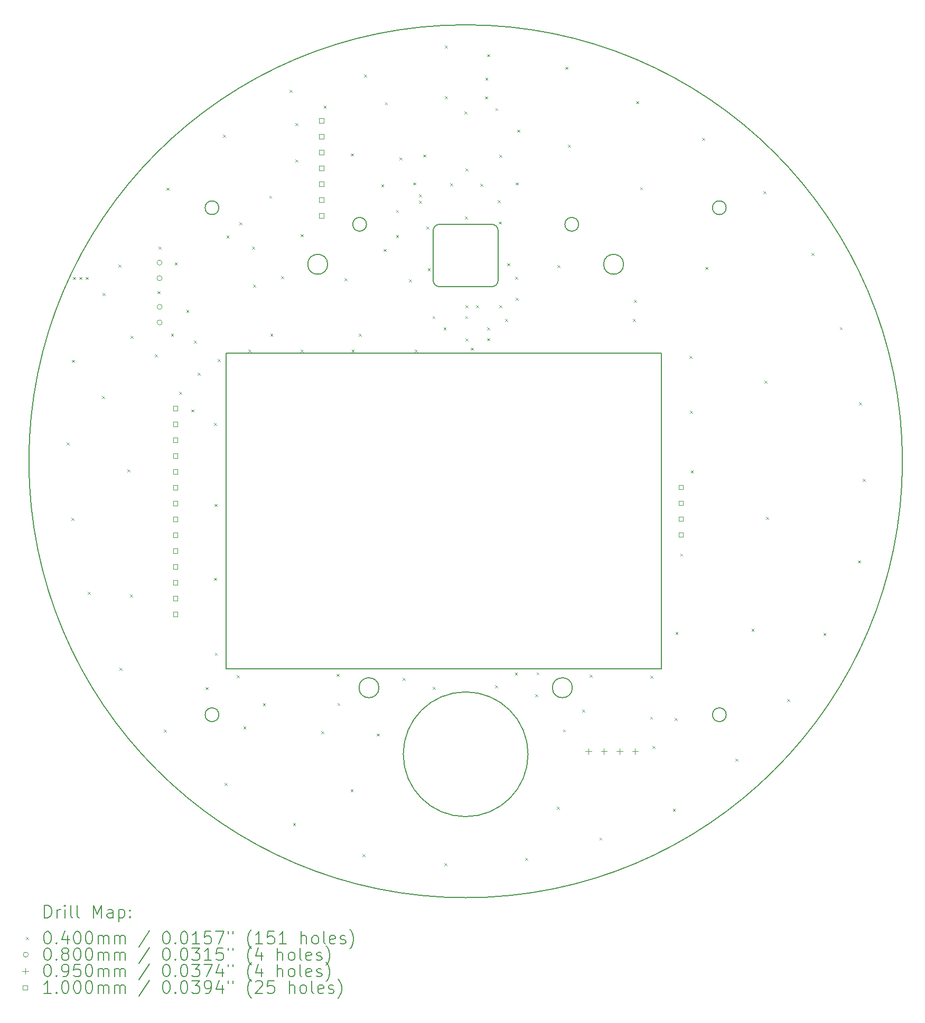
<source format=gbr>
%TF.GenerationSoftware,KiCad,Pcbnew,7.0.11*%
%TF.CreationDate,2025-03-06T22:48:20+09:00*%
%TF.ProjectId,IO,494f2e6b-6963-4616-945f-706362585858,rev?*%
%TF.SameCoordinates,Original*%
%TF.FileFunction,Drillmap*%
%TF.FilePolarity,Positive*%
%FSLAX45Y45*%
G04 Gerber Fmt 4.5, Leading zero omitted, Abs format (unit mm)*
G04 Created by KiCad (PCBNEW 7.0.11) date 2025-03-06 22:48:20*
%MOMM*%
%LPD*%
G01*
G04 APERTURE LIST*
%ADD10C,0.200000*%
%ADD11C,0.100000*%
G04 APERTURE END LIST*
D10*
X12116610Y-5796434D02*
G75*
G03*
X11796610Y-5796434I-160000J0D01*
G01*
X11796610Y-5796434D02*
G75*
G03*
X12116610Y-5796434I160000J0D01*
G01*
X14848036Y-5255364D02*
X14848036Y-6055364D01*
X13908036Y-5155364D02*
X14748036Y-5155364D01*
X12738036Y-5155364D02*
G75*
G03*
X12518036Y-5155364I-110000J0D01*
G01*
X12518036Y-5155364D02*
G75*
G03*
X12738036Y-5155364I110000J0D01*
G01*
X14848036Y-5255364D02*
G75*
G03*
X14748036Y-5155364I-99996J4D01*
G01*
X18503900Y-4889500D02*
G75*
G03*
X18283900Y-4889500I-110000J0D01*
G01*
X18283900Y-4889500D02*
G75*
G03*
X18503900Y-4889500I110000J0D01*
G01*
X13808036Y-6055364D02*
G75*
G03*
X13908036Y-6155364I100004J4D01*
G01*
X14748036Y-6155364D02*
X13908036Y-6155364D01*
X21328036Y-8955364D02*
G75*
G03*
X7328036Y-8955364I-7000000J0D01*
G01*
X7328036Y-8955364D02*
G75*
G03*
X21328036Y-8955364I7000000J0D01*
G01*
X17468036Y-7225364D02*
X17468036Y-12285364D01*
X13908036Y-5155356D02*
G75*
G03*
X13808036Y-5255364I4J-100004D01*
G01*
X16138036Y-5155364D02*
G75*
G03*
X15918036Y-5155364I-110000J0D01*
G01*
X15918036Y-5155364D02*
G75*
G03*
X16138036Y-5155364I110000J0D01*
G01*
X13808036Y-6055364D02*
X13808036Y-5255364D01*
X12938036Y-12588544D02*
G75*
G03*
X12618036Y-12588544I-160000J0D01*
G01*
X12618036Y-12588544D02*
G75*
G03*
X12938036Y-12588544I160000J0D01*
G01*
X18503900Y-13021228D02*
G75*
G03*
X18283900Y-13021228I-110000J0D01*
G01*
X18283900Y-13021228D02*
G75*
G03*
X18503900Y-13021228I110000J0D01*
G01*
X15328036Y-13655364D02*
G75*
G03*
X13328036Y-13655364I-1000000J0D01*
G01*
X13328036Y-13655364D02*
G75*
G03*
X15328036Y-13655364I1000000J0D01*
G01*
X10488036Y-12285364D02*
X10488036Y-7225364D01*
X17468036Y-12285364D02*
X10488036Y-12285364D01*
X16038036Y-12588544D02*
G75*
G03*
X15718036Y-12588544I-160000J0D01*
G01*
X15718036Y-12588544D02*
G75*
G03*
X16038036Y-12588544I160000J0D01*
G01*
X16859463Y-5796434D02*
G75*
G03*
X16539463Y-5796434I-160000J0D01*
G01*
X16539463Y-5796434D02*
G75*
G03*
X16859463Y-5796434I160000J0D01*
G01*
X14748036Y-6155356D02*
G75*
G03*
X14848036Y-6055364I4J99996D01*
G01*
X10488036Y-7225364D02*
X17468036Y-7225364D01*
X10372172Y-13021228D02*
G75*
G03*
X10152172Y-13021228I-110000J0D01*
G01*
X10152172Y-13021228D02*
G75*
G03*
X10372172Y-13021228I110000J0D01*
G01*
X10372172Y-4889500D02*
G75*
G03*
X10152172Y-4889500I-110000J0D01*
G01*
X10152172Y-4889500D02*
G75*
G03*
X10372172Y-4889500I110000J0D01*
G01*
D11*
X7936000Y-8651000D02*
X7976000Y-8691000D01*
X7976000Y-8651000D02*
X7936000Y-8691000D01*
X8011000Y-9862000D02*
X8051000Y-9902000D01*
X8051000Y-9862000D02*
X8011000Y-9902000D01*
X8015000Y-7328000D02*
X8055000Y-7368000D01*
X8055000Y-7328000D02*
X8015000Y-7368000D01*
X8031800Y-5999800D02*
X8071800Y-6039800D01*
X8071800Y-5999800D02*
X8031800Y-6039800D01*
X8133400Y-5999800D02*
X8173400Y-6039800D01*
X8173400Y-5999800D02*
X8133400Y-6039800D01*
X8235000Y-5999800D02*
X8275000Y-6039800D01*
X8275000Y-5999800D02*
X8235000Y-6039800D01*
X8270000Y-11052000D02*
X8310000Y-11092000D01*
X8310000Y-11052000D02*
X8270000Y-11092000D01*
X8500000Y-7910000D02*
X8540000Y-7950000D01*
X8540000Y-7910000D02*
X8500000Y-7950000D01*
X8508000Y-6257000D02*
X8548000Y-6297000D01*
X8548000Y-6257000D02*
X8508000Y-6297000D01*
X8760000Y-5803000D02*
X8800000Y-5843000D01*
X8800000Y-5803000D02*
X8760000Y-5843000D01*
X8782000Y-12267000D02*
X8822000Y-12307000D01*
X8822000Y-12267000D02*
X8782000Y-12307000D01*
X8908000Y-9088000D02*
X8948000Y-9128000D01*
X8948000Y-9088000D02*
X8908000Y-9128000D01*
X8948000Y-11090000D02*
X8988000Y-11130000D01*
X8988000Y-11090000D02*
X8948000Y-11130000D01*
X8960000Y-6942000D02*
X9000000Y-6982000D01*
X9000000Y-6942000D02*
X8960000Y-6982000D01*
X9345000Y-7238000D02*
X9385000Y-7278000D01*
X9385000Y-7238000D02*
X9345000Y-7278000D01*
X9391000Y-6227000D02*
X9431000Y-6267000D01*
X9431000Y-6227000D02*
X9391000Y-6267000D01*
X9405000Y-5515000D02*
X9445000Y-5555000D01*
X9445000Y-5515000D02*
X9405000Y-5555000D01*
X9493000Y-13258000D02*
X9533000Y-13298000D01*
X9533000Y-13258000D02*
X9493000Y-13298000D01*
X9532000Y-4569000D02*
X9572000Y-4609000D01*
X9572000Y-4569000D02*
X9532000Y-4609000D01*
X9604000Y-6909000D02*
X9644000Y-6949000D01*
X9644000Y-6909000D02*
X9604000Y-6949000D01*
X9664000Y-5767000D02*
X9704000Y-5807000D01*
X9704000Y-5767000D02*
X9664000Y-5807000D01*
X9739000Y-7843000D02*
X9779000Y-7883000D01*
X9779000Y-7843000D02*
X9739000Y-7883000D01*
X9851000Y-6527000D02*
X9891000Y-6567000D01*
X9891000Y-6527000D02*
X9851000Y-6567000D01*
X9931000Y-8124000D02*
X9971000Y-8164000D01*
X9971000Y-8124000D02*
X9931000Y-8164000D01*
X9971998Y-7016997D02*
X10011998Y-7056997D01*
X10011998Y-7016997D02*
X9971998Y-7056997D01*
X10031000Y-7535000D02*
X10071000Y-7575000D01*
X10071000Y-7535000D02*
X10031000Y-7575000D01*
X10157000Y-12578000D02*
X10197000Y-12618000D01*
X10197000Y-12578000D02*
X10157000Y-12618000D01*
X10295000Y-8340000D02*
X10335000Y-8380000D01*
X10335000Y-8340000D02*
X10295000Y-8380000D01*
X10296000Y-10825000D02*
X10336000Y-10865000D01*
X10336000Y-10825000D02*
X10296000Y-10865000D01*
X10302000Y-9639000D02*
X10342000Y-9679000D01*
X10342000Y-9639000D02*
X10302000Y-9679000D01*
X10308000Y-12027000D02*
X10348000Y-12067000D01*
X10348000Y-12027000D02*
X10308000Y-12067000D01*
X10355000Y-7318000D02*
X10395000Y-7358000D01*
X10395000Y-7318000D02*
X10355000Y-7358000D01*
X10440000Y-3718000D02*
X10480000Y-3758000D01*
X10480000Y-3718000D02*
X10440000Y-3758000D01*
X10466000Y-14112000D02*
X10506000Y-14152000D01*
X10506000Y-14112000D02*
X10466000Y-14152000D01*
X10495000Y-5334000D02*
X10535000Y-5374000D01*
X10535000Y-5334000D02*
X10495000Y-5374000D01*
X10661000Y-12388000D02*
X10701000Y-12428000D01*
X10701000Y-12388000D02*
X10661000Y-12428000D01*
X10699000Y-5123000D02*
X10739000Y-5163000D01*
X10739000Y-5123000D02*
X10699000Y-5163000D01*
X10764000Y-13207000D02*
X10804000Y-13247000D01*
X10804000Y-13207000D02*
X10764000Y-13247000D01*
X10846000Y-7164000D02*
X10886000Y-7204000D01*
X10886000Y-7164000D02*
X10846000Y-7204000D01*
X10904000Y-5515000D02*
X10944000Y-5555000D01*
X10944000Y-5515000D02*
X10904000Y-5555000D01*
X10924000Y-6124000D02*
X10964000Y-6164000D01*
X10964000Y-6124000D02*
X10924000Y-6164000D01*
X11079000Y-12838000D02*
X11119000Y-12878000D01*
X11119000Y-12838000D02*
X11079000Y-12878000D01*
X11181000Y-4696000D02*
X11221000Y-4736000D01*
X11221000Y-4696000D02*
X11181000Y-4736000D01*
X11196000Y-6908000D02*
X11236000Y-6948000D01*
X11236000Y-6908000D02*
X11196000Y-6948000D01*
X11370000Y-5987000D02*
X11410000Y-6027000D01*
X11410000Y-5987000D02*
X11370000Y-6027000D01*
X11505000Y-2999000D02*
X11545000Y-3039000D01*
X11545000Y-2999000D02*
X11505000Y-3039000D01*
X11560000Y-14756000D02*
X11600000Y-14796000D01*
X11600000Y-14756000D02*
X11560000Y-14796000D01*
X11600000Y-4117000D02*
X11640000Y-4157000D01*
X11640000Y-4117000D02*
X11600000Y-4157000D01*
X11602000Y-3534000D02*
X11642000Y-3574000D01*
X11642000Y-3534000D02*
X11602000Y-3574000D01*
X11681000Y-7162000D02*
X11721000Y-7202000D01*
X11721000Y-7162000D02*
X11681000Y-7202000D01*
X11685000Y-5313000D02*
X11725000Y-5353000D01*
X11725000Y-5313000D02*
X11685000Y-5353000D01*
X12014000Y-13287000D02*
X12054000Y-13327000D01*
X12054000Y-13287000D02*
X12014000Y-13327000D01*
X12051000Y-3252000D02*
X12091000Y-3292000D01*
X12091000Y-3252000D02*
X12051000Y-3292000D01*
X12261000Y-12366000D02*
X12301000Y-12406000D01*
X12301000Y-12366000D02*
X12261000Y-12406000D01*
X12272000Y-12833000D02*
X12312000Y-12873000D01*
X12312000Y-12833000D02*
X12272000Y-12873000D01*
X12389000Y-6022000D02*
X12429000Y-6062000D01*
X12429000Y-6022000D02*
X12389000Y-6062000D01*
X12483000Y-14219000D02*
X12523000Y-14259000D01*
X12523000Y-14219000D02*
X12483000Y-14259000D01*
X12485000Y-4018000D02*
X12525000Y-4058000D01*
X12525000Y-4018000D02*
X12485000Y-4058000D01*
X12501000Y-7165000D02*
X12541000Y-7205000D01*
X12541000Y-7165000D02*
X12501000Y-7205000D01*
X12615000Y-6908000D02*
X12655000Y-6948000D01*
X12655000Y-6908000D02*
X12615000Y-6948000D01*
X12675000Y-15259000D02*
X12715000Y-15299000D01*
X12715000Y-15259000D02*
X12675000Y-15299000D01*
X12700000Y-2751000D02*
X12740000Y-2791000D01*
X12740000Y-2751000D02*
X12700000Y-2791000D01*
X12903000Y-13323000D02*
X12943000Y-13363000D01*
X12943000Y-13323000D02*
X12903000Y-13363000D01*
X12975000Y-4512000D02*
X13015000Y-4552000D01*
X13015000Y-4512000D02*
X12975000Y-4552000D01*
X13012000Y-5550000D02*
X13052000Y-5590000D01*
X13052000Y-5550000D02*
X13012000Y-5590000D01*
X13033000Y-3197000D02*
X13073000Y-3237000D01*
X13073000Y-3197000D02*
X13033000Y-3237000D01*
X13211000Y-4923000D02*
X13251000Y-4963000D01*
X13251000Y-4923000D02*
X13211000Y-4963000D01*
X13212000Y-5325000D02*
X13252000Y-5365000D01*
X13252000Y-5325000D02*
X13212000Y-5365000D01*
X13265000Y-4081000D02*
X13305000Y-4121000D01*
X13305000Y-4081000D02*
X13265000Y-4121000D01*
X13316000Y-12431000D02*
X13356000Y-12471000D01*
X13356000Y-12431000D02*
X13316000Y-12471000D01*
X13419000Y-6039000D02*
X13459000Y-6079000D01*
X13459000Y-6039000D02*
X13419000Y-6079000D01*
X13487000Y-4485000D02*
X13527000Y-4525000D01*
X13527000Y-4485000D02*
X13487000Y-4525000D01*
X13515000Y-7162000D02*
X13555000Y-7202000D01*
X13555000Y-7162000D02*
X13515000Y-7202000D01*
X13581000Y-4675000D02*
X13621000Y-4715000D01*
X13621000Y-4675000D02*
X13581000Y-4715000D01*
X13581000Y-4777000D02*
X13621000Y-4817000D01*
X13621000Y-4777000D02*
X13581000Y-4817000D01*
X13645000Y-4036000D02*
X13685000Y-4076000D01*
X13685000Y-4036000D02*
X13645000Y-4076000D01*
X13696000Y-5189000D02*
X13736000Y-5229000D01*
X13736000Y-5189000D02*
X13696000Y-5229000D01*
X13719000Y-5857000D02*
X13759000Y-5897000D01*
X13759000Y-5857000D02*
X13719000Y-5897000D01*
X13796612Y-6625667D02*
X13836612Y-6665667D01*
X13836612Y-6625667D02*
X13796612Y-6665667D01*
X13798000Y-12571000D02*
X13838000Y-12611000D01*
X13838000Y-12571000D02*
X13798000Y-12611000D01*
X13975000Y-6810000D02*
X14015000Y-6850000D01*
X14015000Y-6810000D02*
X13975000Y-6850000D01*
X13985000Y-15400000D02*
X14025000Y-15440000D01*
X14025000Y-15400000D02*
X13985000Y-15440000D01*
X13993000Y-3097000D02*
X14033000Y-3137000D01*
X14033000Y-3097000D02*
X13993000Y-3137000D01*
X13997000Y-2288000D02*
X14037000Y-2328000D01*
X14037000Y-2288000D02*
X13997000Y-2328000D01*
X14081000Y-4494000D02*
X14121000Y-4534000D01*
X14121000Y-4494000D02*
X14081000Y-4534000D01*
X14311000Y-3346000D02*
X14351000Y-3386000D01*
X14351000Y-3346000D02*
X14311000Y-3386000D01*
X14315000Y-5033000D02*
X14355000Y-5073000D01*
X14355000Y-5033000D02*
X14315000Y-5073000D01*
X14321612Y-6625667D02*
X14361612Y-6665667D01*
X14361612Y-6625667D02*
X14321612Y-6665667D01*
X14322500Y-6450000D02*
X14362500Y-6490000D01*
X14362500Y-6450000D02*
X14322500Y-6490000D01*
X14324000Y-4261000D02*
X14364000Y-4301000D01*
X14364000Y-4261000D02*
X14324000Y-4301000D01*
X14325000Y-6985000D02*
X14365000Y-7025000D01*
X14365000Y-6985000D02*
X14325000Y-7025000D01*
X14407500Y-7135000D02*
X14447500Y-7175000D01*
X14447500Y-7135000D02*
X14407500Y-7175000D01*
X14497500Y-6450000D02*
X14537500Y-6490000D01*
X14537500Y-6450000D02*
X14497500Y-6490000D01*
X14562000Y-4503000D02*
X14602000Y-4543000D01*
X14602000Y-4503000D02*
X14562000Y-4543000D01*
X14638000Y-3103000D02*
X14678000Y-3143000D01*
X14678000Y-3103000D02*
X14638000Y-3143000D01*
X14642000Y-2802000D02*
X14682000Y-2842000D01*
X14682000Y-2802000D02*
X14642000Y-2842000D01*
X14670000Y-2426000D02*
X14710000Y-2466000D01*
X14710000Y-2426000D02*
X14670000Y-2466000D01*
X14675000Y-6810000D02*
X14715000Y-6850000D01*
X14715000Y-6810000D02*
X14675000Y-6850000D01*
X14675000Y-6982500D02*
X14715000Y-7022500D01*
X14715000Y-6982500D02*
X14675000Y-7022500D01*
X14801000Y-12550000D02*
X14841000Y-12590000D01*
X14841000Y-12550000D02*
X14801000Y-12590000D01*
X14804000Y-3290000D02*
X14844000Y-3330000D01*
X14844000Y-3290000D02*
X14804000Y-3330000D01*
X14844000Y-4770000D02*
X14884000Y-4810000D01*
X14884000Y-4770000D02*
X14844000Y-4810000D01*
X14861000Y-5111000D02*
X14901000Y-5151000D01*
X14901000Y-5111000D02*
X14861000Y-5151000D01*
X14867000Y-4042000D02*
X14907000Y-4082000D01*
X14907000Y-4042000D02*
X14867000Y-4082000D01*
X14870000Y-6455000D02*
X14910000Y-6495000D01*
X14910000Y-6455000D02*
X14870000Y-6495000D01*
X14962500Y-6675000D02*
X15002500Y-6715000D01*
X15002500Y-6675000D02*
X14962500Y-6715000D01*
X14995000Y-5780000D02*
X15035000Y-5820000D01*
X15035000Y-5780000D02*
X14995000Y-5820000D01*
X15118000Y-12348000D02*
X15158000Y-12388000D01*
X15158000Y-12348000D02*
X15118000Y-12388000D01*
X15120000Y-5993000D02*
X15160000Y-6033000D01*
X15160000Y-5993000D02*
X15120000Y-6033000D01*
X15131000Y-4484000D02*
X15171000Y-4524000D01*
X15171000Y-4484000D02*
X15131000Y-4524000D01*
X15132000Y-6331000D02*
X15172000Y-6371000D01*
X15172000Y-6331000D02*
X15132000Y-6371000D01*
X15157000Y-3637000D02*
X15197000Y-3677000D01*
X15197000Y-3637000D02*
X15157000Y-3677000D01*
X15282000Y-15319000D02*
X15322000Y-15359000D01*
X15322000Y-15319000D02*
X15282000Y-15359000D01*
X15442000Y-12694000D02*
X15482000Y-12734000D01*
X15482000Y-12694000D02*
X15442000Y-12734000D01*
X15464000Y-12340000D02*
X15504000Y-12380000D01*
X15504000Y-12340000D02*
X15464000Y-12380000D01*
X15789000Y-14496000D02*
X15829000Y-14536000D01*
X15829000Y-14496000D02*
X15789000Y-14536000D01*
X15797000Y-5806000D02*
X15837000Y-5846000D01*
X15837000Y-5806000D02*
X15797000Y-5846000D01*
X15887000Y-13255000D02*
X15927000Y-13295000D01*
X15927000Y-13255000D02*
X15887000Y-13295000D01*
X15925000Y-2629000D02*
X15965000Y-2669000D01*
X15965000Y-2629000D02*
X15925000Y-2669000D01*
X15970000Y-3880000D02*
X16010000Y-3920000D01*
X16010000Y-3880000D02*
X15970000Y-3920000D01*
X16198000Y-12937000D02*
X16238000Y-12977000D01*
X16238000Y-12937000D02*
X16198000Y-12977000D01*
X16316000Y-12377000D02*
X16356000Y-12417000D01*
X16356000Y-12377000D02*
X16316000Y-12417000D01*
X16472000Y-14992000D02*
X16512000Y-15032000D01*
X16512000Y-14992000D02*
X16472000Y-15032000D01*
X17010000Y-6675000D02*
X17050000Y-6715000D01*
X17050000Y-6675000D02*
X17010000Y-6715000D01*
X17024000Y-6368000D02*
X17064000Y-6408000D01*
X17064000Y-6368000D02*
X17024000Y-6408000D01*
X17059000Y-3181000D02*
X17099000Y-3221000D01*
X17099000Y-3181000D02*
X17059000Y-3221000D01*
X17123000Y-4559000D02*
X17163000Y-4599000D01*
X17163000Y-4559000D02*
X17123000Y-4599000D01*
X17285000Y-13052000D02*
X17325000Y-13092000D01*
X17325000Y-13052000D02*
X17285000Y-13092000D01*
X17288000Y-12396000D02*
X17328000Y-12436000D01*
X17328000Y-12396000D02*
X17288000Y-12436000D01*
X17320000Y-13521000D02*
X17360000Y-13561000D01*
X17360000Y-13521000D02*
X17320000Y-13561000D01*
X17649000Y-14531000D02*
X17689000Y-14571000D01*
X17689000Y-14531000D02*
X17649000Y-14571000D01*
X17676000Y-13071000D02*
X17716000Y-13111000D01*
X17716000Y-13071000D02*
X17676000Y-13111000D01*
X17690000Y-11692000D02*
X17730000Y-11732000D01*
X17730000Y-11692000D02*
X17690000Y-11732000D01*
X17767000Y-10436000D02*
X17807000Y-10476000D01*
X17807000Y-10436000D02*
X17767000Y-10476000D01*
X17914000Y-7263000D02*
X17954000Y-7303000D01*
X17954000Y-7263000D02*
X17914000Y-7303000D01*
X17923000Y-8145000D02*
X17963000Y-8185000D01*
X17963000Y-8145000D02*
X17923000Y-8185000D01*
X17937000Y-9104000D02*
X17977000Y-9144000D01*
X17977000Y-9104000D02*
X17937000Y-9144000D01*
X18118000Y-3769000D02*
X18158000Y-3809000D01*
X18158000Y-3769000D02*
X18118000Y-3809000D01*
X18169000Y-5838000D02*
X18209000Y-5878000D01*
X18209000Y-5838000D02*
X18169000Y-5878000D01*
X18652000Y-13728000D02*
X18692000Y-13768000D01*
X18692000Y-13728000D02*
X18652000Y-13768000D01*
X18909000Y-11642000D02*
X18949000Y-11682000D01*
X18949000Y-11642000D02*
X18909000Y-11682000D01*
X19102000Y-4622000D02*
X19142000Y-4662000D01*
X19142000Y-4622000D02*
X19102000Y-4662000D01*
X19118000Y-7663000D02*
X19158000Y-7703000D01*
X19158000Y-7663000D02*
X19118000Y-7703000D01*
X19145000Y-9848000D02*
X19185000Y-9888000D01*
X19185000Y-9848000D02*
X19145000Y-9888000D01*
X19484000Y-12766000D02*
X19524000Y-12806000D01*
X19524000Y-12766000D02*
X19484000Y-12806000D01*
X19869000Y-5614000D02*
X19909000Y-5654000D01*
X19909000Y-5614000D02*
X19869000Y-5654000D01*
X20061000Y-11710000D02*
X20101000Y-11750000D01*
X20101000Y-11710000D02*
X20061000Y-11750000D01*
X20324000Y-6803000D02*
X20364000Y-6843000D01*
X20364000Y-6803000D02*
X20324000Y-6843000D01*
X20617000Y-10545000D02*
X20657000Y-10585000D01*
X20657000Y-10545000D02*
X20617000Y-10585000D01*
X20635000Y-8009000D02*
X20675000Y-8049000D01*
X20675000Y-8009000D02*
X20635000Y-8049000D01*
X20693000Y-9239000D02*
X20733000Y-9279000D01*
X20733000Y-9239000D02*
X20693000Y-9279000D01*
X9461400Y-5769800D02*
G75*
G03*
X9381400Y-5769800I-40000J0D01*
G01*
X9381400Y-5769800D02*
G75*
G03*
X9461400Y-5769800I40000J0D01*
G01*
X9461400Y-6019800D02*
G75*
G03*
X9381400Y-6019800I-40000J0D01*
G01*
X9381400Y-6019800D02*
G75*
G03*
X9461400Y-6019800I40000J0D01*
G01*
X9463400Y-6479000D02*
G75*
G03*
X9383400Y-6479000I-40000J0D01*
G01*
X9383400Y-6479000D02*
G75*
G03*
X9463400Y-6479000I40000J0D01*
G01*
X9463400Y-6729000D02*
G75*
G03*
X9383400Y-6729000I-40000J0D01*
G01*
X9383400Y-6729000D02*
G75*
G03*
X9463400Y-6729000I40000J0D01*
G01*
X16296000Y-13559000D02*
X16296000Y-13654000D01*
X16248500Y-13606500D02*
X16343500Y-13606500D01*
X16546000Y-13559000D02*
X16546000Y-13654000D01*
X16498500Y-13606500D02*
X16593500Y-13606500D01*
X16796000Y-13559000D02*
X16796000Y-13654000D01*
X16748500Y-13606500D02*
X16843500Y-13606500D01*
X17046000Y-13559000D02*
X17046000Y-13654000D01*
X16998500Y-13606500D02*
X17093500Y-13606500D01*
X9713356Y-8140356D02*
X9713356Y-8069644D01*
X9642644Y-8069644D01*
X9642644Y-8140356D01*
X9713356Y-8140356D01*
X9713356Y-8394356D02*
X9713356Y-8323644D01*
X9642644Y-8323644D01*
X9642644Y-8394356D01*
X9713356Y-8394356D01*
X9713356Y-8648356D02*
X9713356Y-8577644D01*
X9642644Y-8577644D01*
X9642644Y-8648356D01*
X9713356Y-8648356D01*
X9713356Y-8902356D02*
X9713356Y-8831644D01*
X9642644Y-8831644D01*
X9642644Y-8902356D01*
X9713356Y-8902356D01*
X9713356Y-9156356D02*
X9713356Y-9085644D01*
X9642644Y-9085644D01*
X9642644Y-9156356D01*
X9713356Y-9156356D01*
X9713356Y-9410356D02*
X9713356Y-9339644D01*
X9642644Y-9339644D01*
X9642644Y-9410356D01*
X9713356Y-9410356D01*
X9713356Y-9664356D02*
X9713356Y-9593644D01*
X9642644Y-9593644D01*
X9642644Y-9664356D01*
X9713356Y-9664356D01*
X9713356Y-9918356D02*
X9713356Y-9847644D01*
X9642644Y-9847644D01*
X9642644Y-9918356D01*
X9713356Y-9918356D01*
X9713356Y-10172356D02*
X9713356Y-10101644D01*
X9642644Y-10101644D01*
X9642644Y-10172356D01*
X9713356Y-10172356D01*
X9713356Y-10426356D02*
X9713356Y-10355644D01*
X9642644Y-10355644D01*
X9642644Y-10426356D01*
X9713356Y-10426356D01*
X9713356Y-10680356D02*
X9713356Y-10609644D01*
X9642644Y-10609644D01*
X9642644Y-10680356D01*
X9713356Y-10680356D01*
X9713356Y-10934356D02*
X9713356Y-10863644D01*
X9642644Y-10863644D01*
X9642644Y-10934356D01*
X9713356Y-10934356D01*
X9713356Y-11188356D02*
X9713356Y-11117644D01*
X9642644Y-11117644D01*
X9642644Y-11188356D01*
X9713356Y-11188356D01*
X9713356Y-11442356D02*
X9713356Y-11371644D01*
X9642644Y-11371644D01*
X9642644Y-11442356D01*
X9713356Y-11442356D01*
X12052356Y-3527356D02*
X12052356Y-3456644D01*
X11981644Y-3456644D01*
X11981644Y-3527356D01*
X12052356Y-3527356D01*
X12052356Y-3781356D02*
X12052356Y-3710644D01*
X11981644Y-3710644D01*
X11981644Y-3781356D01*
X12052356Y-3781356D01*
X12052356Y-4035356D02*
X12052356Y-3964644D01*
X11981644Y-3964644D01*
X11981644Y-4035356D01*
X12052356Y-4035356D01*
X12052356Y-4289356D02*
X12052356Y-4218644D01*
X11981644Y-4218644D01*
X11981644Y-4289356D01*
X12052356Y-4289356D01*
X12052356Y-4543356D02*
X12052356Y-4472644D01*
X11981644Y-4472644D01*
X11981644Y-4543356D01*
X12052356Y-4543356D01*
X12052356Y-4797356D02*
X12052356Y-4726644D01*
X11981644Y-4726644D01*
X11981644Y-4797356D01*
X12052356Y-4797356D01*
X12052356Y-5051356D02*
X12052356Y-4980644D01*
X11981644Y-4980644D01*
X11981644Y-5051356D01*
X12052356Y-5051356D01*
X17813356Y-9409356D02*
X17813356Y-9338644D01*
X17742644Y-9338644D01*
X17742644Y-9409356D01*
X17813356Y-9409356D01*
X17813356Y-9663356D02*
X17813356Y-9592644D01*
X17742644Y-9592644D01*
X17742644Y-9663356D01*
X17813356Y-9663356D01*
X17813356Y-9917356D02*
X17813356Y-9846644D01*
X17742644Y-9846644D01*
X17742644Y-9917356D01*
X17813356Y-9917356D01*
X17813356Y-10171356D02*
X17813356Y-10100644D01*
X17742644Y-10100644D01*
X17742644Y-10171356D01*
X17813356Y-10171356D01*
D10*
X7578813Y-16276848D02*
X7578813Y-16076848D01*
X7578813Y-16076848D02*
X7626432Y-16076848D01*
X7626432Y-16076848D02*
X7655003Y-16086372D01*
X7655003Y-16086372D02*
X7674051Y-16105419D01*
X7674051Y-16105419D02*
X7683575Y-16124467D01*
X7683575Y-16124467D02*
X7693099Y-16162562D01*
X7693099Y-16162562D02*
X7693099Y-16191133D01*
X7693099Y-16191133D02*
X7683575Y-16229229D01*
X7683575Y-16229229D02*
X7674051Y-16248276D01*
X7674051Y-16248276D02*
X7655003Y-16267324D01*
X7655003Y-16267324D02*
X7626432Y-16276848D01*
X7626432Y-16276848D02*
X7578813Y-16276848D01*
X7778813Y-16276848D02*
X7778813Y-16143514D01*
X7778813Y-16181610D02*
X7788337Y-16162562D01*
X7788337Y-16162562D02*
X7797860Y-16153038D01*
X7797860Y-16153038D02*
X7816908Y-16143514D01*
X7816908Y-16143514D02*
X7835956Y-16143514D01*
X7902622Y-16276848D02*
X7902622Y-16143514D01*
X7902622Y-16076848D02*
X7893099Y-16086372D01*
X7893099Y-16086372D02*
X7902622Y-16095895D01*
X7902622Y-16095895D02*
X7912146Y-16086372D01*
X7912146Y-16086372D02*
X7902622Y-16076848D01*
X7902622Y-16076848D02*
X7902622Y-16095895D01*
X8026432Y-16276848D02*
X8007384Y-16267324D01*
X8007384Y-16267324D02*
X7997860Y-16248276D01*
X7997860Y-16248276D02*
X7997860Y-16076848D01*
X8131194Y-16276848D02*
X8112146Y-16267324D01*
X8112146Y-16267324D02*
X8102622Y-16248276D01*
X8102622Y-16248276D02*
X8102622Y-16076848D01*
X8359765Y-16276848D02*
X8359765Y-16076848D01*
X8359765Y-16076848D02*
X8426432Y-16219705D01*
X8426432Y-16219705D02*
X8493099Y-16076848D01*
X8493099Y-16076848D02*
X8493099Y-16276848D01*
X8674051Y-16276848D02*
X8674051Y-16172086D01*
X8674051Y-16172086D02*
X8664527Y-16153038D01*
X8664527Y-16153038D02*
X8645480Y-16143514D01*
X8645480Y-16143514D02*
X8607384Y-16143514D01*
X8607384Y-16143514D02*
X8588337Y-16153038D01*
X8674051Y-16267324D02*
X8655003Y-16276848D01*
X8655003Y-16276848D02*
X8607384Y-16276848D01*
X8607384Y-16276848D02*
X8588337Y-16267324D01*
X8588337Y-16267324D02*
X8578813Y-16248276D01*
X8578813Y-16248276D02*
X8578813Y-16229229D01*
X8578813Y-16229229D02*
X8588337Y-16210181D01*
X8588337Y-16210181D02*
X8607384Y-16200657D01*
X8607384Y-16200657D02*
X8655003Y-16200657D01*
X8655003Y-16200657D02*
X8674051Y-16191133D01*
X8769289Y-16143514D02*
X8769289Y-16343514D01*
X8769289Y-16153038D02*
X8788337Y-16143514D01*
X8788337Y-16143514D02*
X8826432Y-16143514D01*
X8826432Y-16143514D02*
X8845480Y-16153038D01*
X8845480Y-16153038D02*
X8855003Y-16162562D01*
X8855003Y-16162562D02*
X8864527Y-16181610D01*
X8864527Y-16181610D02*
X8864527Y-16238752D01*
X8864527Y-16238752D02*
X8855003Y-16257800D01*
X8855003Y-16257800D02*
X8845480Y-16267324D01*
X8845480Y-16267324D02*
X8826432Y-16276848D01*
X8826432Y-16276848D02*
X8788337Y-16276848D01*
X8788337Y-16276848D02*
X8769289Y-16267324D01*
X8950242Y-16257800D02*
X8959765Y-16267324D01*
X8959765Y-16267324D02*
X8950242Y-16276848D01*
X8950242Y-16276848D02*
X8940718Y-16267324D01*
X8940718Y-16267324D02*
X8950242Y-16257800D01*
X8950242Y-16257800D02*
X8950242Y-16276848D01*
X8950242Y-16153038D02*
X8959765Y-16162562D01*
X8959765Y-16162562D02*
X8950242Y-16172086D01*
X8950242Y-16172086D02*
X8940718Y-16162562D01*
X8940718Y-16162562D02*
X8950242Y-16153038D01*
X8950242Y-16153038D02*
X8950242Y-16172086D01*
D11*
X7278036Y-16585364D02*
X7318036Y-16625364D01*
X7318036Y-16585364D02*
X7278036Y-16625364D01*
D10*
X7616908Y-16496848D02*
X7635956Y-16496848D01*
X7635956Y-16496848D02*
X7655003Y-16506372D01*
X7655003Y-16506372D02*
X7664527Y-16515895D01*
X7664527Y-16515895D02*
X7674051Y-16534943D01*
X7674051Y-16534943D02*
X7683575Y-16573038D01*
X7683575Y-16573038D02*
X7683575Y-16620657D01*
X7683575Y-16620657D02*
X7674051Y-16658752D01*
X7674051Y-16658752D02*
X7664527Y-16677800D01*
X7664527Y-16677800D02*
X7655003Y-16687324D01*
X7655003Y-16687324D02*
X7635956Y-16696848D01*
X7635956Y-16696848D02*
X7616908Y-16696848D01*
X7616908Y-16696848D02*
X7597860Y-16687324D01*
X7597860Y-16687324D02*
X7588337Y-16677800D01*
X7588337Y-16677800D02*
X7578813Y-16658752D01*
X7578813Y-16658752D02*
X7569289Y-16620657D01*
X7569289Y-16620657D02*
X7569289Y-16573038D01*
X7569289Y-16573038D02*
X7578813Y-16534943D01*
X7578813Y-16534943D02*
X7588337Y-16515895D01*
X7588337Y-16515895D02*
X7597860Y-16506372D01*
X7597860Y-16506372D02*
X7616908Y-16496848D01*
X7769289Y-16677800D02*
X7778813Y-16687324D01*
X7778813Y-16687324D02*
X7769289Y-16696848D01*
X7769289Y-16696848D02*
X7759765Y-16687324D01*
X7759765Y-16687324D02*
X7769289Y-16677800D01*
X7769289Y-16677800D02*
X7769289Y-16696848D01*
X7950241Y-16563514D02*
X7950241Y-16696848D01*
X7902622Y-16487324D02*
X7855003Y-16630181D01*
X7855003Y-16630181D02*
X7978813Y-16630181D01*
X8093099Y-16496848D02*
X8112146Y-16496848D01*
X8112146Y-16496848D02*
X8131194Y-16506372D01*
X8131194Y-16506372D02*
X8140718Y-16515895D01*
X8140718Y-16515895D02*
X8150241Y-16534943D01*
X8150241Y-16534943D02*
X8159765Y-16573038D01*
X8159765Y-16573038D02*
X8159765Y-16620657D01*
X8159765Y-16620657D02*
X8150241Y-16658752D01*
X8150241Y-16658752D02*
X8140718Y-16677800D01*
X8140718Y-16677800D02*
X8131194Y-16687324D01*
X8131194Y-16687324D02*
X8112146Y-16696848D01*
X8112146Y-16696848D02*
X8093099Y-16696848D01*
X8093099Y-16696848D02*
X8074051Y-16687324D01*
X8074051Y-16687324D02*
X8064527Y-16677800D01*
X8064527Y-16677800D02*
X8055003Y-16658752D01*
X8055003Y-16658752D02*
X8045480Y-16620657D01*
X8045480Y-16620657D02*
X8045480Y-16573038D01*
X8045480Y-16573038D02*
X8055003Y-16534943D01*
X8055003Y-16534943D02*
X8064527Y-16515895D01*
X8064527Y-16515895D02*
X8074051Y-16506372D01*
X8074051Y-16506372D02*
X8093099Y-16496848D01*
X8283575Y-16496848D02*
X8302622Y-16496848D01*
X8302622Y-16496848D02*
X8321670Y-16506372D01*
X8321670Y-16506372D02*
X8331194Y-16515895D01*
X8331194Y-16515895D02*
X8340718Y-16534943D01*
X8340718Y-16534943D02*
X8350241Y-16573038D01*
X8350241Y-16573038D02*
X8350241Y-16620657D01*
X8350241Y-16620657D02*
X8340718Y-16658752D01*
X8340718Y-16658752D02*
X8331194Y-16677800D01*
X8331194Y-16677800D02*
X8321670Y-16687324D01*
X8321670Y-16687324D02*
X8302622Y-16696848D01*
X8302622Y-16696848D02*
X8283575Y-16696848D01*
X8283575Y-16696848D02*
X8264527Y-16687324D01*
X8264527Y-16687324D02*
X8255003Y-16677800D01*
X8255003Y-16677800D02*
X8245480Y-16658752D01*
X8245480Y-16658752D02*
X8235956Y-16620657D01*
X8235956Y-16620657D02*
X8235956Y-16573038D01*
X8235956Y-16573038D02*
X8245480Y-16534943D01*
X8245480Y-16534943D02*
X8255003Y-16515895D01*
X8255003Y-16515895D02*
X8264527Y-16506372D01*
X8264527Y-16506372D02*
X8283575Y-16496848D01*
X8435956Y-16696848D02*
X8435956Y-16563514D01*
X8435956Y-16582562D02*
X8445480Y-16573038D01*
X8445480Y-16573038D02*
X8464527Y-16563514D01*
X8464527Y-16563514D02*
X8493099Y-16563514D01*
X8493099Y-16563514D02*
X8512146Y-16573038D01*
X8512146Y-16573038D02*
X8521670Y-16592086D01*
X8521670Y-16592086D02*
X8521670Y-16696848D01*
X8521670Y-16592086D02*
X8531194Y-16573038D01*
X8531194Y-16573038D02*
X8550242Y-16563514D01*
X8550242Y-16563514D02*
X8578813Y-16563514D01*
X8578813Y-16563514D02*
X8597861Y-16573038D01*
X8597861Y-16573038D02*
X8607384Y-16592086D01*
X8607384Y-16592086D02*
X8607384Y-16696848D01*
X8702623Y-16696848D02*
X8702623Y-16563514D01*
X8702623Y-16582562D02*
X8712146Y-16573038D01*
X8712146Y-16573038D02*
X8731194Y-16563514D01*
X8731194Y-16563514D02*
X8759765Y-16563514D01*
X8759765Y-16563514D02*
X8778813Y-16573038D01*
X8778813Y-16573038D02*
X8788337Y-16592086D01*
X8788337Y-16592086D02*
X8788337Y-16696848D01*
X8788337Y-16592086D02*
X8797861Y-16573038D01*
X8797861Y-16573038D02*
X8816908Y-16563514D01*
X8816908Y-16563514D02*
X8845480Y-16563514D01*
X8845480Y-16563514D02*
X8864527Y-16573038D01*
X8864527Y-16573038D02*
X8874051Y-16592086D01*
X8874051Y-16592086D02*
X8874051Y-16696848D01*
X9264527Y-16487324D02*
X9093099Y-16744467D01*
X9521670Y-16496848D02*
X9540718Y-16496848D01*
X9540718Y-16496848D02*
X9559766Y-16506372D01*
X9559766Y-16506372D02*
X9569289Y-16515895D01*
X9569289Y-16515895D02*
X9578813Y-16534943D01*
X9578813Y-16534943D02*
X9588337Y-16573038D01*
X9588337Y-16573038D02*
X9588337Y-16620657D01*
X9588337Y-16620657D02*
X9578813Y-16658752D01*
X9578813Y-16658752D02*
X9569289Y-16677800D01*
X9569289Y-16677800D02*
X9559766Y-16687324D01*
X9559766Y-16687324D02*
X9540718Y-16696848D01*
X9540718Y-16696848D02*
X9521670Y-16696848D01*
X9521670Y-16696848D02*
X9502623Y-16687324D01*
X9502623Y-16687324D02*
X9493099Y-16677800D01*
X9493099Y-16677800D02*
X9483575Y-16658752D01*
X9483575Y-16658752D02*
X9474051Y-16620657D01*
X9474051Y-16620657D02*
X9474051Y-16573038D01*
X9474051Y-16573038D02*
X9483575Y-16534943D01*
X9483575Y-16534943D02*
X9493099Y-16515895D01*
X9493099Y-16515895D02*
X9502623Y-16506372D01*
X9502623Y-16506372D02*
X9521670Y-16496848D01*
X9674051Y-16677800D02*
X9683575Y-16687324D01*
X9683575Y-16687324D02*
X9674051Y-16696848D01*
X9674051Y-16696848D02*
X9664527Y-16687324D01*
X9664527Y-16687324D02*
X9674051Y-16677800D01*
X9674051Y-16677800D02*
X9674051Y-16696848D01*
X9807385Y-16496848D02*
X9826432Y-16496848D01*
X9826432Y-16496848D02*
X9845480Y-16506372D01*
X9845480Y-16506372D02*
X9855004Y-16515895D01*
X9855004Y-16515895D02*
X9864527Y-16534943D01*
X9864527Y-16534943D02*
X9874051Y-16573038D01*
X9874051Y-16573038D02*
X9874051Y-16620657D01*
X9874051Y-16620657D02*
X9864527Y-16658752D01*
X9864527Y-16658752D02*
X9855004Y-16677800D01*
X9855004Y-16677800D02*
X9845480Y-16687324D01*
X9845480Y-16687324D02*
X9826432Y-16696848D01*
X9826432Y-16696848D02*
X9807385Y-16696848D01*
X9807385Y-16696848D02*
X9788337Y-16687324D01*
X9788337Y-16687324D02*
X9778813Y-16677800D01*
X9778813Y-16677800D02*
X9769289Y-16658752D01*
X9769289Y-16658752D02*
X9759766Y-16620657D01*
X9759766Y-16620657D02*
X9759766Y-16573038D01*
X9759766Y-16573038D02*
X9769289Y-16534943D01*
X9769289Y-16534943D02*
X9778813Y-16515895D01*
X9778813Y-16515895D02*
X9788337Y-16506372D01*
X9788337Y-16506372D02*
X9807385Y-16496848D01*
X10064527Y-16696848D02*
X9950242Y-16696848D01*
X10007385Y-16696848D02*
X10007385Y-16496848D01*
X10007385Y-16496848D02*
X9988337Y-16525419D01*
X9988337Y-16525419D02*
X9969289Y-16544467D01*
X9969289Y-16544467D02*
X9950242Y-16553991D01*
X10245480Y-16496848D02*
X10150242Y-16496848D01*
X10150242Y-16496848D02*
X10140718Y-16592086D01*
X10140718Y-16592086D02*
X10150242Y-16582562D01*
X10150242Y-16582562D02*
X10169289Y-16573038D01*
X10169289Y-16573038D02*
X10216908Y-16573038D01*
X10216908Y-16573038D02*
X10235956Y-16582562D01*
X10235956Y-16582562D02*
X10245480Y-16592086D01*
X10245480Y-16592086D02*
X10255004Y-16611133D01*
X10255004Y-16611133D02*
X10255004Y-16658752D01*
X10255004Y-16658752D02*
X10245480Y-16677800D01*
X10245480Y-16677800D02*
X10235956Y-16687324D01*
X10235956Y-16687324D02*
X10216908Y-16696848D01*
X10216908Y-16696848D02*
X10169289Y-16696848D01*
X10169289Y-16696848D02*
X10150242Y-16687324D01*
X10150242Y-16687324D02*
X10140718Y-16677800D01*
X10321670Y-16496848D02*
X10455004Y-16496848D01*
X10455004Y-16496848D02*
X10369289Y-16696848D01*
X10521670Y-16496848D02*
X10521670Y-16534943D01*
X10597861Y-16496848D02*
X10597861Y-16534943D01*
X10893099Y-16773038D02*
X10883575Y-16763514D01*
X10883575Y-16763514D02*
X10864528Y-16734943D01*
X10864528Y-16734943D02*
X10855004Y-16715895D01*
X10855004Y-16715895D02*
X10845480Y-16687324D01*
X10845480Y-16687324D02*
X10835956Y-16639705D01*
X10835956Y-16639705D02*
X10835956Y-16601610D01*
X10835956Y-16601610D02*
X10845480Y-16553991D01*
X10845480Y-16553991D02*
X10855004Y-16525419D01*
X10855004Y-16525419D02*
X10864528Y-16506372D01*
X10864528Y-16506372D02*
X10883575Y-16477800D01*
X10883575Y-16477800D02*
X10893099Y-16468276D01*
X11074051Y-16696848D02*
X10959766Y-16696848D01*
X11016908Y-16696848D02*
X11016908Y-16496848D01*
X11016908Y-16496848D02*
X10997861Y-16525419D01*
X10997861Y-16525419D02*
X10978813Y-16544467D01*
X10978813Y-16544467D02*
X10959766Y-16553991D01*
X11255004Y-16496848D02*
X11159766Y-16496848D01*
X11159766Y-16496848D02*
X11150242Y-16592086D01*
X11150242Y-16592086D02*
X11159766Y-16582562D01*
X11159766Y-16582562D02*
X11178813Y-16573038D01*
X11178813Y-16573038D02*
X11226432Y-16573038D01*
X11226432Y-16573038D02*
X11245480Y-16582562D01*
X11245480Y-16582562D02*
X11255004Y-16592086D01*
X11255004Y-16592086D02*
X11264527Y-16611133D01*
X11264527Y-16611133D02*
X11264527Y-16658752D01*
X11264527Y-16658752D02*
X11255004Y-16677800D01*
X11255004Y-16677800D02*
X11245480Y-16687324D01*
X11245480Y-16687324D02*
X11226432Y-16696848D01*
X11226432Y-16696848D02*
X11178813Y-16696848D01*
X11178813Y-16696848D02*
X11159766Y-16687324D01*
X11159766Y-16687324D02*
X11150242Y-16677800D01*
X11455004Y-16696848D02*
X11340718Y-16696848D01*
X11397861Y-16696848D02*
X11397861Y-16496848D01*
X11397861Y-16496848D02*
X11378813Y-16525419D01*
X11378813Y-16525419D02*
X11359766Y-16544467D01*
X11359766Y-16544467D02*
X11340718Y-16553991D01*
X11693099Y-16696848D02*
X11693099Y-16496848D01*
X11778813Y-16696848D02*
X11778813Y-16592086D01*
X11778813Y-16592086D02*
X11769289Y-16573038D01*
X11769289Y-16573038D02*
X11750242Y-16563514D01*
X11750242Y-16563514D02*
X11721670Y-16563514D01*
X11721670Y-16563514D02*
X11702623Y-16573038D01*
X11702623Y-16573038D02*
X11693099Y-16582562D01*
X11902623Y-16696848D02*
X11883575Y-16687324D01*
X11883575Y-16687324D02*
X11874051Y-16677800D01*
X11874051Y-16677800D02*
X11864528Y-16658752D01*
X11864528Y-16658752D02*
X11864528Y-16601610D01*
X11864528Y-16601610D02*
X11874051Y-16582562D01*
X11874051Y-16582562D02*
X11883575Y-16573038D01*
X11883575Y-16573038D02*
X11902623Y-16563514D01*
X11902623Y-16563514D02*
X11931194Y-16563514D01*
X11931194Y-16563514D02*
X11950242Y-16573038D01*
X11950242Y-16573038D02*
X11959766Y-16582562D01*
X11959766Y-16582562D02*
X11969289Y-16601610D01*
X11969289Y-16601610D02*
X11969289Y-16658752D01*
X11969289Y-16658752D02*
X11959766Y-16677800D01*
X11959766Y-16677800D02*
X11950242Y-16687324D01*
X11950242Y-16687324D02*
X11931194Y-16696848D01*
X11931194Y-16696848D02*
X11902623Y-16696848D01*
X12083575Y-16696848D02*
X12064528Y-16687324D01*
X12064528Y-16687324D02*
X12055004Y-16668276D01*
X12055004Y-16668276D02*
X12055004Y-16496848D01*
X12235956Y-16687324D02*
X12216909Y-16696848D01*
X12216909Y-16696848D02*
X12178813Y-16696848D01*
X12178813Y-16696848D02*
X12159766Y-16687324D01*
X12159766Y-16687324D02*
X12150242Y-16668276D01*
X12150242Y-16668276D02*
X12150242Y-16592086D01*
X12150242Y-16592086D02*
X12159766Y-16573038D01*
X12159766Y-16573038D02*
X12178813Y-16563514D01*
X12178813Y-16563514D02*
X12216909Y-16563514D01*
X12216909Y-16563514D02*
X12235956Y-16573038D01*
X12235956Y-16573038D02*
X12245480Y-16592086D01*
X12245480Y-16592086D02*
X12245480Y-16611133D01*
X12245480Y-16611133D02*
X12150242Y-16630181D01*
X12321670Y-16687324D02*
X12340718Y-16696848D01*
X12340718Y-16696848D02*
X12378813Y-16696848D01*
X12378813Y-16696848D02*
X12397861Y-16687324D01*
X12397861Y-16687324D02*
X12407385Y-16668276D01*
X12407385Y-16668276D02*
X12407385Y-16658752D01*
X12407385Y-16658752D02*
X12397861Y-16639705D01*
X12397861Y-16639705D02*
X12378813Y-16630181D01*
X12378813Y-16630181D02*
X12350242Y-16630181D01*
X12350242Y-16630181D02*
X12331194Y-16620657D01*
X12331194Y-16620657D02*
X12321670Y-16601610D01*
X12321670Y-16601610D02*
X12321670Y-16592086D01*
X12321670Y-16592086D02*
X12331194Y-16573038D01*
X12331194Y-16573038D02*
X12350242Y-16563514D01*
X12350242Y-16563514D02*
X12378813Y-16563514D01*
X12378813Y-16563514D02*
X12397861Y-16573038D01*
X12474051Y-16773038D02*
X12483575Y-16763514D01*
X12483575Y-16763514D02*
X12502623Y-16734943D01*
X12502623Y-16734943D02*
X12512147Y-16715895D01*
X12512147Y-16715895D02*
X12521670Y-16687324D01*
X12521670Y-16687324D02*
X12531194Y-16639705D01*
X12531194Y-16639705D02*
X12531194Y-16601610D01*
X12531194Y-16601610D02*
X12521670Y-16553991D01*
X12521670Y-16553991D02*
X12512147Y-16525419D01*
X12512147Y-16525419D02*
X12502623Y-16506372D01*
X12502623Y-16506372D02*
X12483575Y-16477800D01*
X12483575Y-16477800D02*
X12474051Y-16468276D01*
D11*
X7318036Y-16869364D02*
G75*
G03*
X7238036Y-16869364I-40000J0D01*
G01*
X7238036Y-16869364D02*
G75*
G03*
X7318036Y-16869364I40000J0D01*
G01*
D10*
X7616908Y-16760848D02*
X7635956Y-16760848D01*
X7635956Y-16760848D02*
X7655003Y-16770372D01*
X7655003Y-16770372D02*
X7664527Y-16779895D01*
X7664527Y-16779895D02*
X7674051Y-16798943D01*
X7674051Y-16798943D02*
X7683575Y-16837038D01*
X7683575Y-16837038D02*
X7683575Y-16884657D01*
X7683575Y-16884657D02*
X7674051Y-16922753D01*
X7674051Y-16922753D02*
X7664527Y-16941800D01*
X7664527Y-16941800D02*
X7655003Y-16951324D01*
X7655003Y-16951324D02*
X7635956Y-16960848D01*
X7635956Y-16960848D02*
X7616908Y-16960848D01*
X7616908Y-16960848D02*
X7597860Y-16951324D01*
X7597860Y-16951324D02*
X7588337Y-16941800D01*
X7588337Y-16941800D02*
X7578813Y-16922753D01*
X7578813Y-16922753D02*
X7569289Y-16884657D01*
X7569289Y-16884657D02*
X7569289Y-16837038D01*
X7569289Y-16837038D02*
X7578813Y-16798943D01*
X7578813Y-16798943D02*
X7588337Y-16779895D01*
X7588337Y-16779895D02*
X7597860Y-16770372D01*
X7597860Y-16770372D02*
X7616908Y-16760848D01*
X7769289Y-16941800D02*
X7778813Y-16951324D01*
X7778813Y-16951324D02*
X7769289Y-16960848D01*
X7769289Y-16960848D02*
X7759765Y-16951324D01*
X7759765Y-16951324D02*
X7769289Y-16941800D01*
X7769289Y-16941800D02*
X7769289Y-16960848D01*
X7893099Y-16846562D02*
X7874051Y-16837038D01*
X7874051Y-16837038D02*
X7864527Y-16827514D01*
X7864527Y-16827514D02*
X7855003Y-16808467D01*
X7855003Y-16808467D02*
X7855003Y-16798943D01*
X7855003Y-16798943D02*
X7864527Y-16779895D01*
X7864527Y-16779895D02*
X7874051Y-16770372D01*
X7874051Y-16770372D02*
X7893099Y-16760848D01*
X7893099Y-16760848D02*
X7931194Y-16760848D01*
X7931194Y-16760848D02*
X7950241Y-16770372D01*
X7950241Y-16770372D02*
X7959765Y-16779895D01*
X7959765Y-16779895D02*
X7969289Y-16798943D01*
X7969289Y-16798943D02*
X7969289Y-16808467D01*
X7969289Y-16808467D02*
X7959765Y-16827514D01*
X7959765Y-16827514D02*
X7950241Y-16837038D01*
X7950241Y-16837038D02*
X7931194Y-16846562D01*
X7931194Y-16846562D02*
X7893099Y-16846562D01*
X7893099Y-16846562D02*
X7874051Y-16856086D01*
X7874051Y-16856086D02*
X7864527Y-16865610D01*
X7864527Y-16865610D02*
X7855003Y-16884657D01*
X7855003Y-16884657D02*
X7855003Y-16922753D01*
X7855003Y-16922753D02*
X7864527Y-16941800D01*
X7864527Y-16941800D02*
X7874051Y-16951324D01*
X7874051Y-16951324D02*
X7893099Y-16960848D01*
X7893099Y-16960848D02*
X7931194Y-16960848D01*
X7931194Y-16960848D02*
X7950241Y-16951324D01*
X7950241Y-16951324D02*
X7959765Y-16941800D01*
X7959765Y-16941800D02*
X7969289Y-16922753D01*
X7969289Y-16922753D02*
X7969289Y-16884657D01*
X7969289Y-16884657D02*
X7959765Y-16865610D01*
X7959765Y-16865610D02*
X7950241Y-16856086D01*
X7950241Y-16856086D02*
X7931194Y-16846562D01*
X8093099Y-16760848D02*
X8112146Y-16760848D01*
X8112146Y-16760848D02*
X8131194Y-16770372D01*
X8131194Y-16770372D02*
X8140718Y-16779895D01*
X8140718Y-16779895D02*
X8150241Y-16798943D01*
X8150241Y-16798943D02*
X8159765Y-16837038D01*
X8159765Y-16837038D02*
X8159765Y-16884657D01*
X8159765Y-16884657D02*
X8150241Y-16922753D01*
X8150241Y-16922753D02*
X8140718Y-16941800D01*
X8140718Y-16941800D02*
X8131194Y-16951324D01*
X8131194Y-16951324D02*
X8112146Y-16960848D01*
X8112146Y-16960848D02*
X8093099Y-16960848D01*
X8093099Y-16960848D02*
X8074051Y-16951324D01*
X8074051Y-16951324D02*
X8064527Y-16941800D01*
X8064527Y-16941800D02*
X8055003Y-16922753D01*
X8055003Y-16922753D02*
X8045480Y-16884657D01*
X8045480Y-16884657D02*
X8045480Y-16837038D01*
X8045480Y-16837038D02*
X8055003Y-16798943D01*
X8055003Y-16798943D02*
X8064527Y-16779895D01*
X8064527Y-16779895D02*
X8074051Y-16770372D01*
X8074051Y-16770372D02*
X8093099Y-16760848D01*
X8283575Y-16760848D02*
X8302622Y-16760848D01*
X8302622Y-16760848D02*
X8321670Y-16770372D01*
X8321670Y-16770372D02*
X8331194Y-16779895D01*
X8331194Y-16779895D02*
X8340718Y-16798943D01*
X8340718Y-16798943D02*
X8350241Y-16837038D01*
X8350241Y-16837038D02*
X8350241Y-16884657D01*
X8350241Y-16884657D02*
X8340718Y-16922753D01*
X8340718Y-16922753D02*
X8331194Y-16941800D01*
X8331194Y-16941800D02*
X8321670Y-16951324D01*
X8321670Y-16951324D02*
X8302622Y-16960848D01*
X8302622Y-16960848D02*
X8283575Y-16960848D01*
X8283575Y-16960848D02*
X8264527Y-16951324D01*
X8264527Y-16951324D02*
X8255003Y-16941800D01*
X8255003Y-16941800D02*
X8245480Y-16922753D01*
X8245480Y-16922753D02*
X8235956Y-16884657D01*
X8235956Y-16884657D02*
X8235956Y-16837038D01*
X8235956Y-16837038D02*
X8245480Y-16798943D01*
X8245480Y-16798943D02*
X8255003Y-16779895D01*
X8255003Y-16779895D02*
X8264527Y-16770372D01*
X8264527Y-16770372D02*
X8283575Y-16760848D01*
X8435956Y-16960848D02*
X8435956Y-16827514D01*
X8435956Y-16846562D02*
X8445480Y-16837038D01*
X8445480Y-16837038D02*
X8464527Y-16827514D01*
X8464527Y-16827514D02*
X8493099Y-16827514D01*
X8493099Y-16827514D02*
X8512146Y-16837038D01*
X8512146Y-16837038D02*
X8521670Y-16856086D01*
X8521670Y-16856086D02*
X8521670Y-16960848D01*
X8521670Y-16856086D02*
X8531194Y-16837038D01*
X8531194Y-16837038D02*
X8550242Y-16827514D01*
X8550242Y-16827514D02*
X8578813Y-16827514D01*
X8578813Y-16827514D02*
X8597861Y-16837038D01*
X8597861Y-16837038D02*
X8607384Y-16856086D01*
X8607384Y-16856086D02*
X8607384Y-16960848D01*
X8702623Y-16960848D02*
X8702623Y-16827514D01*
X8702623Y-16846562D02*
X8712146Y-16837038D01*
X8712146Y-16837038D02*
X8731194Y-16827514D01*
X8731194Y-16827514D02*
X8759765Y-16827514D01*
X8759765Y-16827514D02*
X8778813Y-16837038D01*
X8778813Y-16837038D02*
X8788337Y-16856086D01*
X8788337Y-16856086D02*
X8788337Y-16960848D01*
X8788337Y-16856086D02*
X8797861Y-16837038D01*
X8797861Y-16837038D02*
X8816908Y-16827514D01*
X8816908Y-16827514D02*
X8845480Y-16827514D01*
X8845480Y-16827514D02*
X8864527Y-16837038D01*
X8864527Y-16837038D02*
X8874051Y-16856086D01*
X8874051Y-16856086D02*
X8874051Y-16960848D01*
X9264527Y-16751324D02*
X9093099Y-17008467D01*
X9521670Y-16760848D02*
X9540718Y-16760848D01*
X9540718Y-16760848D02*
X9559766Y-16770372D01*
X9559766Y-16770372D02*
X9569289Y-16779895D01*
X9569289Y-16779895D02*
X9578813Y-16798943D01*
X9578813Y-16798943D02*
X9588337Y-16837038D01*
X9588337Y-16837038D02*
X9588337Y-16884657D01*
X9588337Y-16884657D02*
X9578813Y-16922753D01*
X9578813Y-16922753D02*
X9569289Y-16941800D01*
X9569289Y-16941800D02*
X9559766Y-16951324D01*
X9559766Y-16951324D02*
X9540718Y-16960848D01*
X9540718Y-16960848D02*
X9521670Y-16960848D01*
X9521670Y-16960848D02*
X9502623Y-16951324D01*
X9502623Y-16951324D02*
X9493099Y-16941800D01*
X9493099Y-16941800D02*
X9483575Y-16922753D01*
X9483575Y-16922753D02*
X9474051Y-16884657D01*
X9474051Y-16884657D02*
X9474051Y-16837038D01*
X9474051Y-16837038D02*
X9483575Y-16798943D01*
X9483575Y-16798943D02*
X9493099Y-16779895D01*
X9493099Y-16779895D02*
X9502623Y-16770372D01*
X9502623Y-16770372D02*
X9521670Y-16760848D01*
X9674051Y-16941800D02*
X9683575Y-16951324D01*
X9683575Y-16951324D02*
X9674051Y-16960848D01*
X9674051Y-16960848D02*
X9664527Y-16951324D01*
X9664527Y-16951324D02*
X9674051Y-16941800D01*
X9674051Y-16941800D02*
X9674051Y-16960848D01*
X9807385Y-16760848D02*
X9826432Y-16760848D01*
X9826432Y-16760848D02*
X9845480Y-16770372D01*
X9845480Y-16770372D02*
X9855004Y-16779895D01*
X9855004Y-16779895D02*
X9864527Y-16798943D01*
X9864527Y-16798943D02*
X9874051Y-16837038D01*
X9874051Y-16837038D02*
X9874051Y-16884657D01*
X9874051Y-16884657D02*
X9864527Y-16922753D01*
X9864527Y-16922753D02*
X9855004Y-16941800D01*
X9855004Y-16941800D02*
X9845480Y-16951324D01*
X9845480Y-16951324D02*
X9826432Y-16960848D01*
X9826432Y-16960848D02*
X9807385Y-16960848D01*
X9807385Y-16960848D02*
X9788337Y-16951324D01*
X9788337Y-16951324D02*
X9778813Y-16941800D01*
X9778813Y-16941800D02*
X9769289Y-16922753D01*
X9769289Y-16922753D02*
X9759766Y-16884657D01*
X9759766Y-16884657D02*
X9759766Y-16837038D01*
X9759766Y-16837038D02*
X9769289Y-16798943D01*
X9769289Y-16798943D02*
X9778813Y-16779895D01*
X9778813Y-16779895D02*
X9788337Y-16770372D01*
X9788337Y-16770372D02*
X9807385Y-16760848D01*
X9940718Y-16760848D02*
X10064527Y-16760848D01*
X10064527Y-16760848D02*
X9997861Y-16837038D01*
X9997861Y-16837038D02*
X10026432Y-16837038D01*
X10026432Y-16837038D02*
X10045480Y-16846562D01*
X10045480Y-16846562D02*
X10055004Y-16856086D01*
X10055004Y-16856086D02*
X10064527Y-16875134D01*
X10064527Y-16875134D02*
X10064527Y-16922753D01*
X10064527Y-16922753D02*
X10055004Y-16941800D01*
X10055004Y-16941800D02*
X10045480Y-16951324D01*
X10045480Y-16951324D02*
X10026432Y-16960848D01*
X10026432Y-16960848D02*
X9969289Y-16960848D01*
X9969289Y-16960848D02*
X9950242Y-16951324D01*
X9950242Y-16951324D02*
X9940718Y-16941800D01*
X10255004Y-16960848D02*
X10140718Y-16960848D01*
X10197861Y-16960848D02*
X10197861Y-16760848D01*
X10197861Y-16760848D02*
X10178813Y-16789419D01*
X10178813Y-16789419D02*
X10159766Y-16808467D01*
X10159766Y-16808467D02*
X10140718Y-16817991D01*
X10435956Y-16760848D02*
X10340718Y-16760848D01*
X10340718Y-16760848D02*
X10331194Y-16856086D01*
X10331194Y-16856086D02*
X10340718Y-16846562D01*
X10340718Y-16846562D02*
X10359766Y-16837038D01*
X10359766Y-16837038D02*
X10407385Y-16837038D01*
X10407385Y-16837038D02*
X10426432Y-16846562D01*
X10426432Y-16846562D02*
X10435956Y-16856086D01*
X10435956Y-16856086D02*
X10445480Y-16875134D01*
X10445480Y-16875134D02*
X10445480Y-16922753D01*
X10445480Y-16922753D02*
X10435956Y-16941800D01*
X10435956Y-16941800D02*
X10426432Y-16951324D01*
X10426432Y-16951324D02*
X10407385Y-16960848D01*
X10407385Y-16960848D02*
X10359766Y-16960848D01*
X10359766Y-16960848D02*
X10340718Y-16951324D01*
X10340718Y-16951324D02*
X10331194Y-16941800D01*
X10521670Y-16760848D02*
X10521670Y-16798943D01*
X10597861Y-16760848D02*
X10597861Y-16798943D01*
X10893099Y-17037038D02*
X10883575Y-17027514D01*
X10883575Y-17027514D02*
X10864528Y-16998943D01*
X10864528Y-16998943D02*
X10855004Y-16979895D01*
X10855004Y-16979895D02*
X10845480Y-16951324D01*
X10845480Y-16951324D02*
X10835956Y-16903705D01*
X10835956Y-16903705D02*
X10835956Y-16865610D01*
X10835956Y-16865610D02*
X10845480Y-16817991D01*
X10845480Y-16817991D02*
X10855004Y-16789419D01*
X10855004Y-16789419D02*
X10864528Y-16770372D01*
X10864528Y-16770372D02*
X10883575Y-16741800D01*
X10883575Y-16741800D02*
X10893099Y-16732276D01*
X11055004Y-16827514D02*
X11055004Y-16960848D01*
X11007385Y-16751324D02*
X10959766Y-16894181D01*
X10959766Y-16894181D02*
X11083575Y-16894181D01*
X11312147Y-16960848D02*
X11312147Y-16760848D01*
X11397861Y-16960848D02*
X11397861Y-16856086D01*
X11397861Y-16856086D02*
X11388337Y-16837038D01*
X11388337Y-16837038D02*
X11369289Y-16827514D01*
X11369289Y-16827514D02*
X11340718Y-16827514D01*
X11340718Y-16827514D02*
X11321670Y-16837038D01*
X11321670Y-16837038D02*
X11312147Y-16846562D01*
X11521670Y-16960848D02*
X11502623Y-16951324D01*
X11502623Y-16951324D02*
X11493099Y-16941800D01*
X11493099Y-16941800D02*
X11483575Y-16922753D01*
X11483575Y-16922753D02*
X11483575Y-16865610D01*
X11483575Y-16865610D02*
X11493099Y-16846562D01*
X11493099Y-16846562D02*
X11502623Y-16837038D01*
X11502623Y-16837038D02*
X11521670Y-16827514D01*
X11521670Y-16827514D02*
X11550242Y-16827514D01*
X11550242Y-16827514D02*
X11569289Y-16837038D01*
X11569289Y-16837038D02*
X11578813Y-16846562D01*
X11578813Y-16846562D02*
X11588337Y-16865610D01*
X11588337Y-16865610D02*
X11588337Y-16922753D01*
X11588337Y-16922753D02*
X11578813Y-16941800D01*
X11578813Y-16941800D02*
X11569289Y-16951324D01*
X11569289Y-16951324D02*
X11550242Y-16960848D01*
X11550242Y-16960848D02*
X11521670Y-16960848D01*
X11702623Y-16960848D02*
X11683575Y-16951324D01*
X11683575Y-16951324D02*
X11674051Y-16932276D01*
X11674051Y-16932276D02*
X11674051Y-16760848D01*
X11855004Y-16951324D02*
X11835956Y-16960848D01*
X11835956Y-16960848D02*
X11797861Y-16960848D01*
X11797861Y-16960848D02*
X11778813Y-16951324D01*
X11778813Y-16951324D02*
X11769289Y-16932276D01*
X11769289Y-16932276D02*
X11769289Y-16856086D01*
X11769289Y-16856086D02*
X11778813Y-16837038D01*
X11778813Y-16837038D02*
X11797861Y-16827514D01*
X11797861Y-16827514D02*
X11835956Y-16827514D01*
X11835956Y-16827514D02*
X11855004Y-16837038D01*
X11855004Y-16837038D02*
X11864528Y-16856086D01*
X11864528Y-16856086D02*
X11864528Y-16875134D01*
X11864528Y-16875134D02*
X11769289Y-16894181D01*
X11940718Y-16951324D02*
X11959766Y-16960848D01*
X11959766Y-16960848D02*
X11997861Y-16960848D01*
X11997861Y-16960848D02*
X12016909Y-16951324D01*
X12016909Y-16951324D02*
X12026432Y-16932276D01*
X12026432Y-16932276D02*
X12026432Y-16922753D01*
X12026432Y-16922753D02*
X12016909Y-16903705D01*
X12016909Y-16903705D02*
X11997861Y-16894181D01*
X11997861Y-16894181D02*
X11969289Y-16894181D01*
X11969289Y-16894181D02*
X11950242Y-16884657D01*
X11950242Y-16884657D02*
X11940718Y-16865610D01*
X11940718Y-16865610D02*
X11940718Y-16856086D01*
X11940718Y-16856086D02*
X11950242Y-16837038D01*
X11950242Y-16837038D02*
X11969289Y-16827514D01*
X11969289Y-16827514D02*
X11997861Y-16827514D01*
X11997861Y-16827514D02*
X12016909Y-16837038D01*
X12093099Y-17037038D02*
X12102623Y-17027514D01*
X12102623Y-17027514D02*
X12121670Y-16998943D01*
X12121670Y-16998943D02*
X12131194Y-16979895D01*
X12131194Y-16979895D02*
X12140718Y-16951324D01*
X12140718Y-16951324D02*
X12150242Y-16903705D01*
X12150242Y-16903705D02*
X12150242Y-16865610D01*
X12150242Y-16865610D02*
X12140718Y-16817991D01*
X12140718Y-16817991D02*
X12131194Y-16789419D01*
X12131194Y-16789419D02*
X12121670Y-16770372D01*
X12121670Y-16770372D02*
X12102623Y-16741800D01*
X12102623Y-16741800D02*
X12093099Y-16732276D01*
D11*
X7270536Y-17085864D02*
X7270536Y-17180864D01*
X7223036Y-17133364D02*
X7318036Y-17133364D01*
D10*
X7616908Y-17024848D02*
X7635956Y-17024848D01*
X7635956Y-17024848D02*
X7655003Y-17034372D01*
X7655003Y-17034372D02*
X7664527Y-17043895D01*
X7664527Y-17043895D02*
X7674051Y-17062943D01*
X7674051Y-17062943D02*
X7683575Y-17101038D01*
X7683575Y-17101038D02*
X7683575Y-17148657D01*
X7683575Y-17148657D02*
X7674051Y-17186753D01*
X7674051Y-17186753D02*
X7664527Y-17205800D01*
X7664527Y-17205800D02*
X7655003Y-17215324D01*
X7655003Y-17215324D02*
X7635956Y-17224848D01*
X7635956Y-17224848D02*
X7616908Y-17224848D01*
X7616908Y-17224848D02*
X7597860Y-17215324D01*
X7597860Y-17215324D02*
X7588337Y-17205800D01*
X7588337Y-17205800D02*
X7578813Y-17186753D01*
X7578813Y-17186753D02*
X7569289Y-17148657D01*
X7569289Y-17148657D02*
X7569289Y-17101038D01*
X7569289Y-17101038D02*
X7578813Y-17062943D01*
X7578813Y-17062943D02*
X7588337Y-17043895D01*
X7588337Y-17043895D02*
X7597860Y-17034372D01*
X7597860Y-17034372D02*
X7616908Y-17024848D01*
X7769289Y-17205800D02*
X7778813Y-17215324D01*
X7778813Y-17215324D02*
X7769289Y-17224848D01*
X7769289Y-17224848D02*
X7759765Y-17215324D01*
X7759765Y-17215324D02*
X7769289Y-17205800D01*
X7769289Y-17205800D02*
X7769289Y-17224848D01*
X7874051Y-17224848D02*
X7912146Y-17224848D01*
X7912146Y-17224848D02*
X7931194Y-17215324D01*
X7931194Y-17215324D02*
X7940718Y-17205800D01*
X7940718Y-17205800D02*
X7959765Y-17177229D01*
X7959765Y-17177229D02*
X7969289Y-17139134D01*
X7969289Y-17139134D02*
X7969289Y-17062943D01*
X7969289Y-17062943D02*
X7959765Y-17043895D01*
X7959765Y-17043895D02*
X7950241Y-17034372D01*
X7950241Y-17034372D02*
X7931194Y-17024848D01*
X7931194Y-17024848D02*
X7893099Y-17024848D01*
X7893099Y-17024848D02*
X7874051Y-17034372D01*
X7874051Y-17034372D02*
X7864527Y-17043895D01*
X7864527Y-17043895D02*
X7855003Y-17062943D01*
X7855003Y-17062943D02*
X7855003Y-17110562D01*
X7855003Y-17110562D02*
X7864527Y-17129610D01*
X7864527Y-17129610D02*
X7874051Y-17139134D01*
X7874051Y-17139134D02*
X7893099Y-17148657D01*
X7893099Y-17148657D02*
X7931194Y-17148657D01*
X7931194Y-17148657D02*
X7950241Y-17139134D01*
X7950241Y-17139134D02*
X7959765Y-17129610D01*
X7959765Y-17129610D02*
X7969289Y-17110562D01*
X8150241Y-17024848D02*
X8055003Y-17024848D01*
X8055003Y-17024848D02*
X8045480Y-17120086D01*
X8045480Y-17120086D02*
X8055003Y-17110562D01*
X8055003Y-17110562D02*
X8074051Y-17101038D01*
X8074051Y-17101038D02*
X8121670Y-17101038D01*
X8121670Y-17101038D02*
X8140718Y-17110562D01*
X8140718Y-17110562D02*
X8150241Y-17120086D01*
X8150241Y-17120086D02*
X8159765Y-17139134D01*
X8159765Y-17139134D02*
X8159765Y-17186753D01*
X8159765Y-17186753D02*
X8150241Y-17205800D01*
X8150241Y-17205800D02*
X8140718Y-17215324D01*
X8140718Y-17215324D02*
X8121670Y-17224848D01*
X8121670Y-17224848D02*
X8074051Y-17224848D01*
X8074051Y-17224848D02*
X8055003Y-17215324D01*
X8055003Y-17215324D02*
X8045480Y-17205800D01*
X8283575Y-17024848D02*
X8302622Y-17024848D01*
X8302622Y-17024848D02*
X8321670Y-17034372D01*
X8321670Y-17034372D02*
X8331194Y-17043895D01*
X8331194Y-17043895D02*
X8340718Y-17062943D01*
X8340718Y-17062943D02*
X8350241Y-17101038D01*
X8350241Y-17101038D02*
X8350241Y-17148657D01*
X8350241Y-17148657D02*
X8340718Y-17186753D01*
X8340718Y-17186753D02*
X8331194Y-17205800D01*
X8331194Y-17205800D02*
X8321670Y-17215324D01*
X8321670Y-17215324D02*
X8302622Y-17224848D01*
X8302622Y-17224848D02*
X8283575Y-17224848D01*
X8283575Y-17224848D02*
X8264527Y-17215324D01*
X8264527Y-17215324D02*
X8255003Y-17205800D01*
X8255003Y-17205800D02*
X8245480Y-17186753D01*
X8245480Y-17186753D02*
X8235956Y-17148657D01*
X8235956Y-17148657D02*
X8235956Y-17101038D01*
X8235956Y-17101038D02*
X8245480Y-17062943D01*
X8245480Y-17062943D02*
X8255003Y-17043895D01*
X8255003Y-17043895D02*
X8264527Y-17034372D01*
X8264527Y-17034372D02*
X8283575Y-17024848D01*
X8435956Y-17224848D02*
X8435956Y-17091514D01*
X8435956Y-17110562D02*
X8445480Y-17101038D01*
X8445480Y-17101038D02*
X8464527Y-17091514D01*
X8464527Y-17091514D02*
X8493099Y-17091514D01*
X8493099Y-17091514D02*
X8512146Y-17101038D01*
X8512146Y-17101038D02*
X8521670Y-17120086D01*
X8521670Y-17120086D02*
X8521670Y-17224848D01*
X8521670Y-17120086D02*
X8531194Y-17101038D01*
X8531194Y-17101038D02*
X8550242Y-17091514D01*
X8550242Y-17091514D02*
X8578813Y-17091514D01*
X8578813Y-17091514D02*
X8597861Y-17101038D01*
X8597861Y-17101038D02*
X8607384Y-17120086D01*
X8607384Y-17120086D02*
X8607384Y-17224848D01*
X8702623Y-17224848D02*
X8702623Y-17091514D01*
X8702623Y-17110562D02*
X8712146Y-17101038D01*
X8712146Y-17101038D02*
X8731194Y-17091514D01*
X8731194Y-17091514D02*
X8759765Y-17091514D01*
X8759765Y-17091514D02*
X8778813Y-17101038D01*
X8778813Y-17101038D02*
X8788337Y-17120086D01*
X8788337Y-17120086D02*
X8788337Y-17224848D01*
X8788337Y-17120086D02*
X8797861Y-17101038D01*
X8797861Y-17101038D02*
X8816908Y-17091514D01*
X8816908Y-17091514D02*
X8845480Y-17091514D01*
X8845480Y-17091514D02*
X8864527Y-17101038D01*
X8864527Y-17101038D02*
X8874051Y-17120086D01*
X8874051Y-17120086D02*
X8874051Y-17224848D01*
X9264527Y-17015324D02*
X9093099Y-17272467D01*
X9521670Y-17024848D02*
X9540718Y-17024848D01*
X9540718Y-17024848D02*
X9559766Y-17034372D01*
X9559766Y-17034372D02*
X9569289Y-17043895D01*
X9569289Y-17043895D02*
X9578813Y-17062943D01*
X9578813Y-17062943D02*
X9588337Y-17101038D01*
X9588337Y-17101038D02*
X9588337Y-17148657D01*
X9588337Y-17148657D02*
X9578813Y-17186753D01*
X9578813Y-17186753D02*
X9569289Y-17205800D01*
X9569289Y-17205800D02*
X9559766Y-17215324D01*
X9559766Y-17215324D02*
X9540718Y-17224848D01*
X9540718Y-17224848D02*
X9521670Y-17224848D01*
X9521670Y-17224848D02*
X9502623Y-17215324D01*
X9502623Y-17215324D02*
X9493099Y-17205800D01*
X9493099Y-17205800D02*
X9483575Y-17186753D01*
X9483575Y-17186753D02*
X9474051Y-17148657D01*
X9474051Y-17148657D02*
X9474051Y-17101038D01*
X9474051Y-17101038D02*
X9483575Y-17062943D01*
X9483575Y-17062943D02*
X9493099Y-17043895D01*
X9493099Y-17043895D02*
X9502623Y-17034372D01*
X9502623Y-17034372D02*
X9521670Y-17024848D01*
X9674051Y-17205800D02*
X9683575Y-17215324D01*
X9683575Y-17215324D02*
X9674051Y-17224848D01*
X9674051Y-17224848D02*
X9664527Y-17215324D01*
X9664527Y-17215324D02*
X9674051Y-17205800D01*
X9674051Y-17205800D02*
X9674051Y-17224848D01*
X9807385Y-17024848D02*
X9826432Y-17024848D01*
X9826432Y-17024848D02*
X9845480Y-17034372D01*
X9845480Y-17034372D02*
X9855004Y-17043895D01*
X9855004Y-17043895D02*
X9864527Y-17062943D01*
X9864527Y-17062943D02*
X9874051Y-17101038D01*
X9874051Y-17101038D02*
X9874051Y-17148657D01*
X9874051Y-17148657D02*
X9864527Y-17186753D01*
X9864527Y-17186753D02*
X9855004Y-17205800D01*
X9855004Y-17205800D02*
X9845480Y-17215324D01*
X9845480Y-17215324D02*
X9826432Y-17224848D01*
X9826432Y-17224848D02*
X9807385Y-17224848D01*
X9807385Y-17224848D02*
X9788337Y-17215324D01*
X9788337Y-17215324D02*
X9778813Y-17205800D01*
X9778813Y-17205800D02*
X9769289Y-17186753D01*
X9769289Y-17186753D02*
X9759766Y-17148657D01*
X9759766Y-17148657D02*
X9759766Y-17101038D01*
X9759766Y-17101038D02*
X9769289Y-17062943D01*
X9769289Y-17062943D02*
X9778813Y-17043895D01*
X9778813Y-17043895D02*
X9788337Y-17034372D01*
X9788337Y-17034372D02*
X9807385Y-17024848D01*
X9940718Y-17024848D02*
X10064527Y-17024848D01*
X10064527Y-17024848D02*
X9997861Y-17101038D01*
X9997861Y-17101038D02*
X10026432Y-17101038D01*
X10026432Y-17101038D02*
X10045480Y-17110562D01*
X10045480Y-17110562D02*
X10055004Y-17120086D01*
X10055004Y-17120086D02*
X10064527Y-17139134D01*
X10064527Y-17139134D02*
X10064527Y-17186753D01*
X10064527Y-17186753D02*
X10055004Y-17205800D01*
X10055004Y-17205800D02*
X10045480Y-17215324D01*
X10045480Y-17215324D02*
X10026432Y-17224848D01*
X10026432Y-17224848D02*
X9969289Y-17224848D01*
X9969289Y-17224848D02*
X9950242Y-17215324D01*
X9950242Y-17215324D02*
X9940718Y-17205800D01*
X10131194Y-17024848D02*
X10264527Y-17024848D01*
X10264527Y-17024848D02*
X10178813Y-17224848D01*
X10426432Y-17091514D02*
X10426432Y-17224848D01*
X10378813Y-17015324D02*
X10331194Y-17158181D01*
X10331194Y-17158181D02*
X10455004Y-17158181D01*
X10521670Y-17024848D02*
X10521670Y-17062943D01*
X10597861Y-17024848D02*
X10597861Y-17062943D01*
X10893099Y-17301038D02*
X10883575Y-17291514D01*
X10883575Y-17291514D02*
X10864528Y-17262943D01*
X10864528Y-17262943D02*
X10855004Y-17243895D01*
X10855004Y-17243895D02*
X10845480Y-17215324D01*
X10845480Y-17215324D02*
X10835956Y-17167705D01*
X10835956Y-17167705D02*
X10835956Y-17129610D01*
X10835956Y-17129610D02*
X10845480Y-17081991D01*
X10845480Y-17081991D02*
X10855004Y-17053419D01*
X10855004Y-17053419D02*
X10864528Y-17034372D01*
X10864528Y-17034372D02*
X10883575Y-17005800D01*
X10883575Y-17005800D02*
X10893099Y-16996276D01*
X11055004Y-17091514D02*
X11055004Y-17224848D01*
X11007385Y-17015324D02*
X10959766Y-17158181D01*
X10959766Y-17158181D02*
X11083575Y-17158181D01*
X11312147Y-17224848D02*
X11312147Y-17024848D01*
X11397861Y-17224848D02*
X11397861Y-17120086D01*
X11397861Y-17120086D02*
X11388337Y-17101038D01*
X11388337Y-17101038D02*
X11369289Y-17091514D01*
X11369289Y-17091514D02*
X11340718Y-17091514D01*
X11340718Y-17091514D02*
X11321670Y-17101038D01*
X11321670Y-17101038D02*
X11312147Y-17110562D01*
X11521670Y-17224848D02*
X11502623Y-17215324D01*
X11502623Y-17215324D02*
X11493099Y-17205800D01*
X11493099Y-17205800D02*
X11483575Y-17186753D01*
X11483575Y-17186753D02*
X11483575Y-17129610D01*
X11483575Y-17129610D02*
X11493099Y-17110562D01*
X11493099Y-17110562D02*
X11502623Y-17101038D01*
X11502623Y-17101038D02*
X11521670Y-17091514D01*
X11521670Y-17091514D02*
X11550242Y-17091514D01*
X11550242Y-17091514D02*
X11569289Y-17101038D01*
X11569289Y-17101038D02*
X11578813Y-17110562D01*
X11578813Y-17110562D02*
X11588337Y-17129610D01*
X11588337Y-17129610D02*
X11588337Y-17186753D01*
X11588337Y-17186753D02*
X11578813Y-17205800D01*
X11578813Y-17205800D02*
X11569289Y-17215324D01*
X11569289Y-17215324D02*
X11550242Y-17224848D01*
X11550242Y-17224848D02*
X11521670Y-17224848D01*
X11702623Y-17224848D02*
X11683575Y-17215324D01*
X11683575Y-17215324D02*
X11674051Y-17196276D01*
X11674051Y-17196276D02*
X11674051Y-17024848D01*
X11855004Y-17215324D02*
X11835956Y-17224848D01*
X11835956Y-17224848D02*
X11797861Y-17224848D01*
X11797861Y-17224848D02*
X11778813Y-17215324D01*
X11778813Y-17215324D02*
X11769289Y-17196276D01*
X11769289Y-17196276D02*
X11769289Y-17120086D01*
X11769289Y-17120086D02*
X11778813Y-17101038D01*
X11778813Y-17101038D02*
X11797861Y-17091514D01*
X11797861Y-17091514D02*
X11835956Y-17091514D01*
X11835956Y-17091514D02*
X11855004Y-17101038D01*
X11855004Y-17101038D02*
X11864528Y-17120086D01*
X11864528Y-17120086D02*
X11864528Y-17139134D01*
X11864528Y-17139134D02*
X11769289Y-17158181D01*
X11940718Y-17215324D02*
X11959766Y-17224848D01*
X11959766Y-17224848D02*
X11997861Y-17224848D01*
X11997861Y-17224848D02*
X12016909Y-17215324D01*
X12016909Y-17215324D02*
X12026432Y-17196276D01*
X12026432Y-17196276D02*
X12026432Y-17186753D01*
X12026432Y-17186753D02*
X12016909Y-17167705D01*
X12016909Y-17167705D02*
X11997861Y-17158181D01*
X11997861Y-17158181D02*
X11969289Y-17158181D01*
X11969289Y-17158181D02*
X11950242Y-17148657D01*
X11950242Y-17148657D02*
X11940718Y-17129610D01*
X11940718Y-17129610D02*
X11940718Y-17120086D01*
X11940718Y-17120086D02*
X11950242Y-17101038D01*
X11950242Y-17101038D02*
X11969289Y-17091514D01*
X11969289Y-17091514D02*
X11997861Y-17091514D01*
X11997861Y-17091514D02*
X12016909Y-17101038D01*
X12093099Y-17301038D02*
X12102623Y-17291514D01*
X12102623Y-17291514D02*
X12121670Y-17262943D01*
X12121670Y-17262943D02*
X12131194Y-17243895D01*
X12131194Y-17243895D02*
X12140718Y-17215324D01*
X12140718Y-17215324D02*
X12150242Y-17167705D01*
X12150242Y-17167705D02*
X12150242Y-17129610D01*
X12150242Y-17129610D02*
X12140718Y-17081991D01*
X12140718Y-17081991D02*
X12131194Y-17053419D01*
X12131194Y-17053419D02*
X12121670Y-17034372D01*
X12121670Y-17034372D02*
X12102623Y-17005800D01*
X12102623Y-17005800D02*
X12093099Y-16996276D01*
D11*
X7303392Y-17432720D02*
X7303392Y-17362008D01*
X7232680Y-17362008D01*
X7232680Y-17432720D01*
X7303392Y-17432720D01*
D10*
X7683575Y-17488848D02*
X7569289Y-17488848D01*
X7626432Y-17488848D02*
X7626432Y-17288848D01*
X7626432Y-17288848D02*
X7607384Y-17317419D01*
X7607384Y-17317419D02*
X7588337Y-17336467D01*
X7588337Y-17336467D02*
X7569289Y-17345991D01*
X7769289Y-17469800D02*
X7778813Y-17479324D01*
X7778813Y-17479324D02*
X7769289Y-17488848D01*
X7769289Y-17488848D02*
X7759765Y-17479324D01*
X7759765Y-17479324D02*
X7769289Y-17469800D01*
X7769289Y-17469800D02*
X7769289Y-17488848D01*
X7902622Y-17288848D02*
X7921670Y-17288848D01*
X7921670Y-17288848D02*
X7940718Y-17298372D01*
X7940718Y-17298372D02*
X7950241Y-17307895D01*
X7950241Y-17307895D02*
X7959765Y-17326943D01*
X7959765Y-17326943D02*
X7969289Y-17365038D01*
X7969289Y-17365038D02*
X7969289Y-17412657D01*
X7969289Y-17412657D02*
X7959765Y-17450753D01*
X7959765Y-17450753D02*
X7950241Y-17469800D01*
X7950241Y-17469800D02*
X7940718Y-17479324D01*
X7940718Y-17479324D02*
X7921670Y-17488848D01*
X7921670Y-17488848D02*
X7902622Y-17488848D01*
X7902622Y-17488848D02*
X7883575Y-17479324D01*
X7883575Y-17479324D02*
X7874051Y-17469800D01*
X7874051Y-17469800D02*
X7864527Y-17450753D01*
X7864527Y-17450753D02*
X7855003Y-17412657D01*
X7855003Y-17412657D02*
X7855003Y-17365038D01*
X7855003Y-17365038D02*
X7864527Y-17326943D01*
X7864527Y-17326943D02*
X7874051Y-17307895D01*
X7874051Y-17307895D02*
X7883575Y-17298372D01*
X7883575Y-17298372D02*
X7902622Y-17288848D01*
X8093099Y-17288848D02*
X8112146Y-17288848D01*
X8112146Y-17288848D02*
X8131194Y-17298372D01*
X8131194Y-17298372D02*
X8140718Y-17307895D01*
X8140718Y-17307895D02*
X8150241Y-17326943D01*
X8150241Y-17326943D02*
X8159765Y-17365038D01*
X8159765Y-17365038D02*
X8159765Y-17412657D01*
X8159765Y-17412657D02*
X8150241Y-17450753D01*
X8150241Y-17450753D02*
X8140718Y-17469800D01*
X8140718Y-17469800D02*
X8131194Y-17479324D01*
X8131194Y-17479324D02*
X8112146Y-17488848D01*
X8112146Y-17488848D02*
X8093099Y-17488848D01*
X8093099Y-17488848D02*
X8074051Y-17479324D01*
X8074051Y-17479324D02*
X8064527Y-17469800D01*
X8064527Y-17469800D02*
X8055003Y-17450753D01*
X8055003Y-17450753D02*
X8045480Y-17412657D01*
X8045480Y-17412657D02*
X8045480Y-17365038D01*
X8045480Y-17365038D02*
X8055003Y-17326943D01*
X8055003Y-17326943D02*
X8064527Y-17307895D01*
X8064527Y-17307895D02*
X8074051Y-17298372D01*
X8074051Y-17298372D02*
X8093099Y-17288848D01*
X8283575Y-17288848D02*
X8302622Y-17288848D01*
X8302622Y-17288848D02*
X8321670Y-17298372D01*
X8321670Y-17298372D02*
X8331194Y-17307895D01*
X8331194Y-17307895D02*
X8340718Y-17326943D01*
X8340718Y-17326943D02*
X8350241Y-17365038D01*
X8350241Y-17365038D02*
X8350241Y-17412657D01*
X8350241Y-17412657D02*
X8340718Y-17450753D01*
X8340718Y-17450753D02*
X8331194Y-17469800D01*
X8331194Y-17469800D02*
X8321670Y-17479324D01*
X8321670Y-17479324D02*
X8302622Y-17488848D01*
X8302622Y-17488848D02*
X8283575Y-17488848D01*
X8283575Y-17488848D02*
X8264527Y-17479324D01*
X8264527Y-17479324D02*
X8255003Y-17469800D01*
X8255003Y-17469800D02*
X8245480Y-17450753D01*
X8245480Y-17450753D02*
X8235956Y-17412657D01*
X8235956Y-17412657D02*
X8235956Y-17365038D01*
X8235956Y-17365038D02*
X8245480Y-17326943D01*
X8245480Y-17326943D02*
X8255003Y-17307895D01*
X8255003Y-17307895D02*
X8264527Y-17298372D01*
X8264527Y-17298372D02*
X8283575Y-17288848D01*
X8435956Y-17488848D02*
X8435956Y-17355514D01*
X8435956Y-17374562D02*
X8445480Y-17365038D01*
X8445480Y-17365038D02*
X8464527Y-17355514D01*
X8464527Y-17355514D02*
X8493099Y-17355514D01*
X8493099Y-17355514D02*
X8512146Y-17365038D01*
X8512146Y-17365038D02*
X8521670Y-17384086D01*
X8521670Y-17384086D02*
X8521670Y-17488848D01*
X8521670Y-17384086D02*
X8531194Y-17365038D01*
X8531194Y-17365038D02*
X8550242Y-17355514D01*
X8550242Y-17355514D02*
X8578813Y-17355514D01*
X8578813Y-17355514D02*
X8597861Y-17365038D01*
X8597861Y-17365038D02*
X8607384Y-17384086D01*
X8607384Y-17384086D02*
X8607384Y-17488848D01*
X8702623Y-17488848D02*
X8702623Y-17355514D01*
X8702623Y-17374562D02*
X8712146Y-17365038D01*
X8712146Y-17365038D02*
X8731194Y-17355514D01*
X8731194Y-17355514D02*
X8759765Y-17355514D01*
X8759765Y-17355514D02*
X8778813Y-17365038D01*
X8778813Y-17365038D02*
X8788337Y-17384086D01*
X8788337Y-17384086D02*
X8788337Y-17488848D01*
X8788337Y-17384086D02*
X8797861Y-17365038D01*
X8797861Y-17365038D02*
X8816908Y-17355514D01*
X8816908Y-17355514D02*
X8845480Y-17355514D01*
X8845480Y-17355514D02*
X8864527Y-17365038D01*
X8864527Y-17365038D02*
X8874051Y-17384086D01*
X8874051Y-17384086D02*
X8874051Y-17488848D01*
X9264527Y-17279324D02*
X9093099Y-17536467D01*
X9521670Y-17288848D02*
X9540718Y-17288848D01*
X9540718Y-17288848D02*
X9559766Y-17298372D01*
X9559766Y-17298372D02*
X9569289Y-17307895D01*
X9569289Y-17307895D02*
X9578813Y-17326943D01*
X9578813Y-17326943D02*
X9588337Y-17365038D01*
X9588337Y-17365038D02*
X9588337Y-17412657D01*
X9588337Y-17412657D02*
X9578813Y-17450753D01*
X9578813Y-17450753D02*
X9569289Y-17469800D01*
X9569289Y-17469800D02*
X9559766Y-17479324D01*
X9559766Y-17479324D02*
X9540718Y-17488848D01*
X9540718Y-17488848D02*
X9521670Y-17488848D01*
X9521670Y-17488848D02*
X9502623Y-17479324D01*
X9502623Y-17479324D02*
X9493099Y-17469800D01*
X9493099Y-17469800D02*
X9483575Y-17450753D01*
X9483575Y-17450753D02*
X9474051Y-17412657D01*
X9474051Y-17412657D02*
X9474051Y-17365038D01*
X9474051Y-17365038D02*
X9483575Y-17326943D01*
X9483575Y-17326943D02*
X9493099Y-17307895D01*
X9493099Y-17307895D02*
X9502623Y-17298372D01*
X9502623Y-17298372D02*
X9521670Y-17288848D01*
X9674051Y-17469800D02*
X9683575Y-17479324D01*
X9683575Y-17479324D02*
X9674051Y-17488848D01*
X9674051Y-17488848D02*
X9664527Y-17479324D01*
X9664527Y-17479324D02*
X9674051Y-17469800D01*
X9674051Y-17469800D02*
X9674051Y-17488848D01*
X9807385Y-17288848D02*
X9826432Y-17288848D01*
X9826432Y-17288848D02*
X9845480Y-17298372D01*
X9845480Y-17298372D02*
X9855004Y-17307895D01*
X9855004Y-17307895D02*
X9864527Y-17326943D01*
X9864527Y-17326943D02*
X9874051Y-17365038D01*
X9874051Y-17365038D02*
X9874051Y-17412657D01*
X9874051Y-17412657D02*
X9864527Y-17450753D01*
X9864527Y-17450753D02*
X9855004Y-17469800D01*
X9855004Y-17469800D02*
X9845480Y-17479324D01*
X9845480Y-17479324D02*
X9826432Y-17488848D01*
X9826432Y-17488848D02*
X9807385Y-17488848D01*
X9807385Y-17488848D02*
X9788337Y-17479324D01*
X9788337Y-17479324D02*
X9778813Y-17469800D01*
X9778813Y-17469800D02*
X9769289Y-17450753D01*
X9769289Y-17450753D02*
X9759766Y-17412657D01*
X9759766Y-17412657D02*
X9759766Y-17365038D01*
X9759766Y-17365038D02*
X9769289Y-17326943D01*
X9769289Y-17326943D02*
X9778813Y-17307895D01*
X9778813Y-17307895D02*
X9788337Y-17298372D01*
X9788337Y-17298372D02*
X9807385Y-17288848D01*
X9940718Y-17288848D02*
X10064527Y-17288848D01*
X10064527Y-17288848D02*
X9997861Y-17365038D01*
X9997861Y-17365038D02*
X10026432Y-17365038D01*
X10026432Y-17365038D02*
X10045480Y-17374562D01*
X10045480Y-17374562D02*
X10055004Y-17384086D01*
X10055004Y-17384086D02*
X10064527Y-17403134D01*
X10064527Y-17403134D02*
X10064527Y-17450753D01*
X10064527Y-17450753D02*
X10055004Y-17469800D01*
X10055004Y-17469800D02*
X10045480Y-17479324D01*
X10045480Y-17479324D02*
X10026432Y-17488848D01*
X10026432Y-17488848D02*
X9969289Y-17488848D01*
X9969289Y-17488848D02*
X9950242Y-17479324D01*
X9950242Y-17479324D02*
X9940718Y-17469800D01*
X10159766Y-17488848D02*
X10197861Y-17488848D01*
X10197861Y-17488848D02*
X10216908Y-17479324D01*
X10216908Y-17479324D02*
X10226432Y-17469800D01*
X10226432Y-17469800D02*
X10245480Y-17441229D01*
X10245480Y-17441229D02*
X10255004Y-17403134D01*
X10255004Y-17403134D02*
X10255004Y-17326943D01*
X10255004Y-17326943D02*
X10245480Y-17307895D01*
X10245480Y-17307895D02*
X10235956Y-17298372D01*
X10235956Y-17298372D02*
X10216908Y-17288848D01*
X10216908Y-17288848D02*
X10178813Y-17288848D01*
X10178813Y-17288848D02*
X10159766Y-17298372D01*
X10159766Y-17298372D02*
X10150242Y-17307895D01*
X10150242Y-17307895D02*
X10140718Y-17326943D01*
X10140718Y-17326943D02*
X10140718Y-17374562D01*
X10140718Y-17374562D02*
X10150242Y-17393610D01*
X10150242Y-17393610D02*
X10159766Y-17403134D01*
X10159766Y-17403134D02*
X10178813Y-17412657D01*
X10178813Y-17412657D02*
X10216908Y-17412657D01*
X10216908Y-17412657D02*
X10235956Y-17403134D01*
X10235956Y-17403134D02*
X10245480Y-17393610D01*
X10245480Y-17393610D02*
X10255004Y-17374562D01*
X10426432Y-17355514D02*
X10426432Y-17488848D01*
X10378813Y-17279324D02*
X10331194Y-17422181D01*
X10331194Y-17422181D02*
X10455004Y-17422181D01*
X10521670Y-17288848D02*
X10521670Y-17326943D01*
X10597861Y-17288848D02*
X10597861Y-17326943D01*
X10893099Y-17565038D02*
X10883575Y-17555514D01*
X10883575Y-17555514D02*
X10864528Y-17526943D01*
X10864528Y-17526943D02*
X10855004Y-17507895D01*
X10855004Y-17507895D02*
X10845480Y-17479324D01*
X10845480Y-17479324D02*
X10835956Y-17431705D01*
X10835956Y-17431705D02*
X10835956Y-17393610D01*
X10835956Y-17393610D02*
X10845480Y-17345991D01*
X10845480Y-17345991D02*
X10855004Y-17317419D01*
X10855004Y-17317419D02*
X10864528Y-17298372D01*
X10864528Y-17298372D02*
X10883575Y-17269800D01*
X10883575Y-17269800D02*
X10893099Y-17260276D01*
X10959766Y-17307895D02*
X10969289Y-17298372D01*
X10969289Y-17298372D02*
X10988337Y-17288848D01*
X10988337Y-17288848D02*
X11035956Y-17288848D01*
X11035956Y-17288848D02*
X11055004Y-17298372D01*
X11055004Y-17298372D02*
X11064528Y-17307895D01*
X11064528Y-17307895D02*
X11074051Y-17326943D01*
X11074051Y-17326943D02*
X11074051Y-17345991D01*
X11074051Y-17345991D02*
X11064528Y-17374562D01*
X11064528Y-17374562D02*
X10950242Y-17488848D01*
X10950242Y-17488848D02*
X11074051Y-17488848D01*
X11255004Y-17288848D02*
X11159766Y-17288848D01*
X11159766Y-17288848D02*
X11150242Y-17384086D01*
X11150242Y-17384086D02*
X11159766Y-17374562D01*
X11159766Y-17374562D02*
X11178813Y-17365038D01*
X11178813Y-17365038D02*
X11226432Y-17365038D01*
X11226432Y-17365038D02*
X11245480Y-17374562D01*
X11245480Y-17374562D02*
X11255004Y-17384086D01*
X11255004Y-17384086D02*
X11264527Y-17403134D01*
X11264527Y-17403134D02*
X11264527Y-17450753D01*
X11264527Y-17450753D02*
X11255004Y-17469800D01*
X11255004Y-17469800D02*
X11245480Y-17479324D01*
X11245480Y-17479324D02*
X11226432Y-17488848D01*
X11226432Y-17488848D02*
X11178813Y-17488848D01*
X11178813Y-17488848D02*
X11159766Y-17479324D01*
X11159766Y-17479324D02*
X11150242Y-17469800D01*
X11502623Y-17488848D02*
X11502623Y-17288848D01*
X11588337Y-17488848D02*
X11588337Y-17384086D01*
X11588337Y-17384086D02*
X11578813Y-17365038D01*
X11578813Y-17365038D02*
X11559766Y-17355514D01*
X11559766Y-17355514D02*
X11531194Y-17355514D01*
X11531194Y-17355514D02*
X11512147Y-17365038D01*
X11512147Y-17365038D02*
X11502623Y-17374562D01*
X11712147Y-17488848D02*
X11693099Y-17479324D01*
X11693099Y-17479324D02*
X11683575Y-17469800D01*
X11683575Y-17469800D02*
X11674051Y-17450753D01*
X11674051Y-17450753D02*
X11674051Y-17393610D01*
X11674051Y-17393610D02*
X11683575Y-17374562D01*
X11683575Y-17374562D02*
X11693099Y-17365038D01*
X11693099Y-17365038D02*
X11712147Y-17355514D01*
X11712147Y-17355514D02*
X11740718Y-17355514D01*
X11740718Y-17355514D02*
X11759766Y-17365038D01*
X11759766Y-17365038D02*
X11769289Y-17374562D01*
X11769289Y-17374562D02*
X11778813Y-17393610D01*
X11778813Y-17393610D02*
X11778813Y-17450753D01*
X11778813Y-17450753D02*
X11769289Y-17469800D01*
X11769289Y-17469800D02*
X11759766Y-17479324D01*
X11759766Y-17479324D02*
X11740718Y-17488848D01*
X11740718Y-17488848D02*
X11712147Y-17488848D01*
X11893099Y-17488848D02*
X11874051Y-17479324D01*
X11874051Y-17479324D02*
X11864528Y-17460276D01*
X11864528Y-17460276D02*
X11864528Y-17288848D01*
X12045480Y-17479324D02*
X12026432Y-17488848D01*
X12026432Y-17488848D02*
X11988337Y-17488848D01*
X11988337Y-17488848D02*
X11969289Y-17479324D01*
X11969289Y-17479324D02*
X11959766Y-17460276D01*
X11959766Y-17460276D02*
X11959766Y-17384086D01*
X11959766Y-17384086D02*
X11969289Y-17365038D01*
X11969289Y-17365038D02*
X11988337Y-17355514D01*
X11988337Y-17355514D02*
X12026432Y-17355514D01*
X12026432Y-17355514D02*
X12045480Y-17365038D01*
X12045480Y-17365038D02*
X12055004Y-17384086D01*
X12055004Y-17384086D02*
X12055004Y-17403134D01*
X12055004Y-17403134D02*
X11959766Y-17422181D01*
X12131194Y-17479324D02*
X12150242Y-17488848D01*
X12150242Y-17488848D02*
X12188337Y-17488848D01*
X12188337Y-17488848D02*
X12207385Y-17479324D01*
X12207385Y-17479324D02*
X12216909Y-17460276D01*
X12216909Y-17460276D02*
X12216909Y-17450753D01*
X12216909Y-17450753D02*
X12207385Y-17431705D01*
X12207385Y-17431705D02*
X12188337Y-17422181D01*
X12188337Y-17422181D02*
X12159766Y-17422181D01*
X12159766Y-17422181D02*
X12140718Y-17412657D01*
X12140718Y-17412657D02*
X12131194Y-17393610D01*
X12131194Y-17393610D02*
X12131194Y-17384086D01*
X12131194Y-17384086D02*
X12140718Y-17365038D01*
X12140718Y-17365038D02*
X12159766Y-17355514D01*
X12159766Y-17355514D02*
X12188337Y-17355514D01*
X12188337Y-17355514D02*
X12207385Y-17365038D01*
X12283575Y-17565038D02*
X12293099Y-17555514D01*
X12293099Y-17555514D02*
X12312147Y-17526943D01*
X12312147Y-17526943D02*
X12321670Y-17507895D01*
X12321670Y-17507895D02*
X12331194Y-17479324D01*
X12331194Y-17479324D02*
X12340718Y-17431705D01*
X12340718Y-17431705D02*
X12340718Y-17393610D01*
X12340718Y-17393610D02*
X12331194Y-17345991D01*
X12331194Y-17345991D02*
X12321670Y-17317419D01*
X12321670Y-17317419D02*
X12312147Y-17298372D01*
X12312147Y-17298372D02*
X12293099Y-17269800D01*
X12293099Y-17269800D02*
X12283575Y-17260276D01*
M02*

</source>
